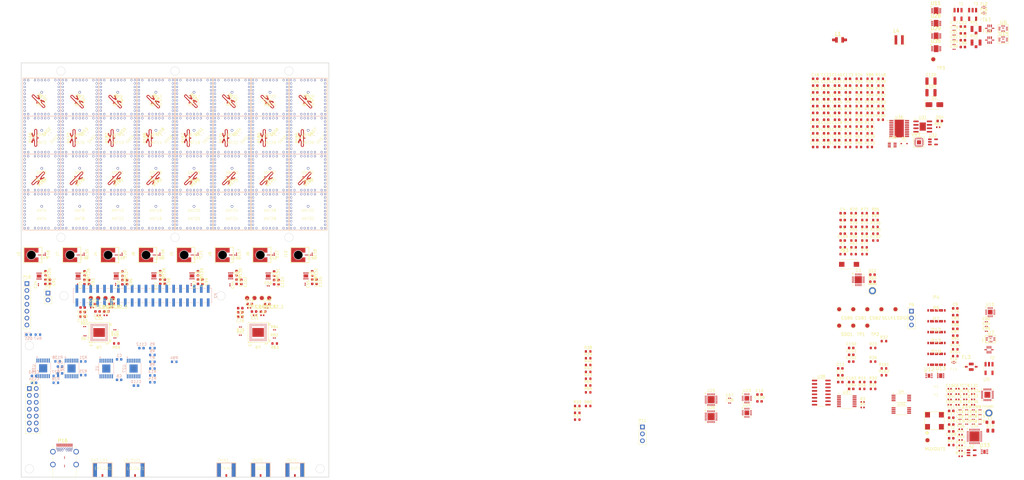
<source format=kicad_pcb>
(kicad_pcb (version 20241229) (generator "pcbnew") (generator_version "9.0")
  (layers (0 "F.Cu" signal) (2 "B.Cu" signal) (13 "F.Paste" user) (15 "B.Paste" user) (5 "F.SilkS" user "F.Silkscreen") (7 "B.SilkS" user "B.Silkscreen") (1 "F.Mask" user) (3 "B.Mask" user) (25 "Edge.Cuts" user))
  (net 0 "")
  (net 1 "AGND")
  (net 2 "Net-(A2-+)")
  (net 3 "Net-(A2--)")
  (net 4 "VTUNE")
  (net 5 "VDD_AMP")
  (net 6 "VLOGIC")
  (net 7 "VDD_1V8")
  (net 8 "RPI_3V3")
  (net 9 "Net-(U3-DCAP)")
  (net 10 "Net-(U3-VREF)")
  (net 11 "VDD_3V3")
  (net 12 "VDD_4V75")
  (net 13 "Net-(Y1-VDD)")
  (net 14 "Net-(C17-Pad1)")
  (net 15 "Net-(C17-Pad2)")
  (net 16 "LNA_1")
  (net 17 "ANT_1")
  (net 18 "Net-(U5-REFIN)")
  (net 19 "ANT_3")
  (net 20 "LNA_3")
  (net 21 "ANT_5")
  (net 22 "LNA_5")
  (net 23 "LNA_7")
  (net 24 "ANT_7")
  (net 25 "Net-(U6-EN)")
  (net 26 "RX2_0")
  (net 27 "Net-(U15-RFOUT)")
  (net 28 "Net-(U16-RFOUT)")
  (net 29 "RX1_0")
  (net 30 "Net-(U17-RFOUT)")
  (net 31 "RX4_0")
  (net 32 "CR4_0")
  (net 33 "CR2_0")
  (net 34 "CR3_0")
  (net 35 "CR1_0")
  (net 36 "CR4_1")
  (net 37 "CR2_1")
  (net 38 "CR3_1")
  (net 39 "CR1_1")
  (net 40 "RX3_0")
  (net 41 "Net-(U18-RFOUT)")
  (net 42 "Net-(VR1-Vcc)")
  (net 43 "Net-(C49-Pad2)")
  (net 44 "Net-(C50-Pad2)")
  (net 45 "Net-(C51-Pad2)")
  (net 46 "Net-(C52-Pad2)")
  (net 47 "RX2_1")
  (net 48 "Net-(U19-RFOUT)")
  (net 49 "Net-(U20-RFOUT)")
  (net 50 "RX1_1")
  (net 51 "Net-(U22-RFOUT)")
  (net 52 "RX3_1")
  (net 53 "Net-(U21-RFOUT)")
  (net 54 "RX4_1")
  (net 55 "Net-(U23-RF1)")
  (net 56 "EXT_LO_IN")
  (net 57 "Net-(U24-RF2)")
  (net 58 "LO_OUT")
  (net 59 "RFINA")
  (net 60 "Net-(C61-Pad1)")
  (net 61 "Net-(U5-RFINB)")
  (net 62 "VCO_COUPLED")
  (net 63 "Net-(U34-RFOUT{slash}4)")
  (net 64 "VDD_3V0")
  (net 65 "VSOURCE")
  (net 66 "CP")
  (net 67 "Net-(C72-Pad1)")
  (net 68 "Net-(C75-Pad1)")
  (net 69 "Net-(FL6-RFOUT)")
  (net 70 "Net-(U14-EN)")
  (net 71 "Net-(FL2-RFOUT)")
  (net 72 "Net-(FL4-RFIN)")
  (net 73 "Net-(U6-LO)")
  (net 74 "LO_IN_0")
  (net 75 "Net-(U7-LO)")
  (net 76 "Net-(U12-RF2)")
  (net 77 "VDD_4V5")
  (net 78 "Net-(U14-LO)")
  (net 79 "LO_IN_1")
  (net 80 "Net-(C97-Pad2)")
  (net 81 "Net-(C115-Pad1)")
  (net 82 "Net-(VR1-TR{slash}SS)")
  (net 83 "Net-(U31-VIN)")
  (net 84 "Net-(VR1-FB)")
  (net 85 "Net-(U30-SHDN_N)")
  (net 86 "Net-(D2-K)")
  (net 87 "Net-(U30-FB)")
  (net 88 "Net-(U31-Byp)")
  (net 89 "Net-(U31-VREG)")
  (net 90 "Net-(U31-REF)")
  (net 91 "Net-(U35-Vreg)")
  (net 92 "Net-(U33-RF1)")
  (net 93 "Net-(U35-Byp)")
  (net 94 "Net-(U36-TIMER)")
  (net 95 "Net-(U36-INTVCC)")
  (net 96 "Net-(U11-SS)")
  (net 97 "Net-(U35-REF)")
  (net 98 "Net-(U28-SS)")
  (net 99 "ANT_2")
  (net 100 "LNA_2")
  (net 101 "LNA_4")
  (net 102 "ANT_4")
  (net 103 "ANT_6")
  (net 104 "LNA_6")
  (net 105 "ANT_8")
  (net 106 "LNA_8")
  (net 107 "Net-(C159-Pad2)")
  (net 108 "Net-(C160-Pad2)")
  (net 109 "Net-(C161-Pad2)")
  (net 110 "Net-(C162-Pad2)")
  (net 111 "Net-(U3-VIN7)")
  (net 112 "Net-(U29-Vreg)")
  (net 113 "Net-(U29-Byp)")
  (net 114 "Net-(U29-REF)")
  (net 115 "SPI0_CS0_1V8")
  (net 116 "SPI0_CS1_1V8")
  (net 117 "SPI0_CS2_1V8")
  (net 118 "VINPUT")
  (net 119 "Net-(D2-A)")
  (net 120 "Net-(DS1-A)")
  (net 121 "Net-(DS2-K)")
  (net 122 "RED_LED")
  (net 123 "GREEN_LED")
  (net 124 "Net-(DS3-K)")
  (net 125 "Net-(DS4-A)")
  (net 126 "5V_RPI")
  (net 127 "IF_OUT_0")
  (net 128 "RX1")
  (net 129 "RF_IO_0")
  (net 130 "Net-(FL3-OUT)")
  (net 131 "Net-(FL3-IN)")
  (net 132 "Net-(FL4-RFOUT)")
  (net 133 "RX2")
  (net 134 "IF_OUT_1")
  (net 135 "RF_IO_1")
  (net 136 "IF_IN")
  (net 137 "TX_IN")
  (net 138 "Net-(L4-Pad1)")
  (net 139 "MUXOUT_1V8")
  (net 140 "Net-(U10-RF1)")
  (net 141 "Net-(U10-RF2)")
  (net 142 "BURST_1V8")
  (net 143 "TXDATA_1V8")
  (net 144 "PS_GPIO3")
  (net 145 "PS_GPIO4")
  (net 146 "PL_GPIO4")
  (net 147 "PS_GPIO0")
  (net 148 "PS_GPIO1")
  (net 150 "PL_GPIO3")
  (net 151 "PS_GPIO6")
  (net 152 "PS_GPIO2")
  (net 153 "PS_GPIO5")
  (net 154 "RX_LOAD")
  (net 155 "UART0_TX")
  (net 156 "BURST")
  (net 157 "GPIO_X")
  (net 158 "GPIO_W")
  (net 159 "ID_SC")
  (net 160 "SPI0_MOSI")
  (net 161 "UART0_RX")
  (net 162 "GPIO_Z")
  (net 163 "GPIO_V")
  (net 164 "VCTRL_2")
  (net 165 "CS2")
  (net 166 "MUXOUT")
  (net 167 "CS1")
  (net 168 "SD_RPI")
  (net 169 "VCTRL_1")
  (net 170 "CS0")
  (net 171 "SPI0_MISO")
  (net 172 "GPIO19")
  (net 173 "TR")
  (net 174 "SDA")
  (net 175 "GPIO16")
  (net 176 "SCL")
  (net 177 "GPIO_Y")
  (net 178 "ID_SD")
  (net 179 "SPI0_CLK")
  (net 180 "WP")
  (net 181 "TR_1V8")
  (net 182 "Net-(P11-Pad3)")
  (net 184 "Net-(P16B-GND-PadSH4)")
  (net 188 "Net-(P16A-GND-PadSH1)")
  (net 201 "MO_3V3")
  (net 202 "Net-(U27-2A1)")
  (net 203 "Net-(U27-2~{OE})")
  (net 204 "Net-(U11-EN)")
  (net 205 "Net-(U35-EN)")
  (net 206 "Net-(U11-Sense)")
  (net 207 "Net-(U27-1~{OE})")
  (net 208 "TXDATA_3V3")
  (net 209 "Net-(U37-CP)")
  (net 210 "Net-(U35-REF_SNS)")
  (net 211 "Net-(U29-EN)")
  (net 212 "Net-(U3-VIN3)")
  (net 213 "Net-(U2-2B1)")
  (net 214 "Net-(U3-VIN4)")
  (net 215 "Net-(U32-EN)")
  (net 216 "RX_LOAD_1V8")
  (net 217 "Net-(U2-1B1)")
  (net 218 "Net-(U39-2~{OE})")
  (net 219 "A2")
  (net 220 "A1")
  (net 221 "A0")
  (net 222 "Net-(R33-Pad1)")
  (net 223 "Net-(Y1-E{slash}D)")
  (net 224 "ADDR1_0")
  (net 225 "ADDR0_1")
  (net 226 "Net-(Y1-OUT)")
  (net 227 "ADDR1_1")
  (net 228 "Net-(U5-RSET)")
  (net 229 "Net-(U5-CE)")
  (net 230 "Net-(U29-REF_SNS)")
  (net 231 "Net-(U32-SNS{slash}ADJ)")
  (net 232 "Net-(R56-Pad1)")
  (net 233 "UV")
  (net 234 "OV")
  (net 235 "TX1_0")
  (net 236 "TX_LOAD_0")
  (net 237 "TX2_0")
  (net 238 "TX3_0")
  (net 239 "PA_ON_0")
  (net 240 "TX4_0")
  (net 241 "Net-(U3-VIN2)")
  (net 242 "Net-(U3-VIN5)")
  (net 243 "Net-(U3-VIN1)")
  (net 244 "Net-(U3-VIN0)")
  (net 245 "TX1_1")
  (net 246 "TX_LOAD_1")
  (net 247 "TX2_1")
  (net 248 "TX3_1")
  (net 249 "PA_ON_1")
  (net 250 "TX4_1")
  (net 251 "Net-(R87-Pad2)")
  (net 252 "TX_SWITCH")
  (net 253 "Net-(U36-ISET)")
  (net 254 "Net-(U27-1A1)")
  (net 255 "Net-(U36-PG)")
  (net 256 "Net-(U36-*FLT)")
  (net 257 "IMON")
  (net 258 "FB")
  (net 259 "Net-(U34-VTUNE)")
  (net 260 "Net-(U13-RBIAS)")
  (net 261 "Net-(U15-RBIAS)")
  (net 262 "Net-(U16-RBIAS)")
  (net 263 "Net-(U17-RBIAS)")
  (net 264 "Net-(U18-RBIAS)")
  (net 265 "Net-(U19-RBIAS)")
  (net 266 "Net-(U20-RBIAS)")
  (net 267 "Net-(U21-RBIAS)")
  (net 268 "Net-(U22-RBIAS)")
  (net 269 "Net-(R137-Pad2)")
  (net 270 "Net-(U39-1~{OE})")
  (net 271 "Net-(U28-Sense)")
  (net 272 "Net-(VR1-EN{slash}UV)")
  (net 273 "Net-(VR1-RT)")
  (net 274 "Net-(VR1-PG)")
  (net 275 "Net-(U31-EN)")
  (net 276 "Net-(VR1-Sync)")
  (net 277 "Net-(U37-MR)")
  (net 278 "Net-(U38-I0)")
  (net 279 "SCLK_1V8")
  (net 280 "MOSI_1V8")
  (net 281 "MISO_1V8")
  (net 283 "Net-(U6-IF-)")
  (net 284 "Net-(U6-IF+)")
  (net 285 "Net-(U7-IF+)")
  (net 286 "Net-(U7-IF-)")
  (net 288 "Net-(U14-IF+)")
  (net 290 "Net-(U14-IF-)")
  (net 296 "Net-(U8-AVDD)")
  (net 297 "ADDR0_0")
  (net 314 "LO_IN_2")
  (net 315 "LO_LOC")
  (net 317 "SUM_0")
  (net 318 "Net-(U24-RFC)")
  (net 319 "SUM_1")
  (net 348 "Net-(U37-Q6)")
  (net 349 "Net-(U37-Q1)")
  (net 350 "Net-(U37-Q3)")
  (net 352 "Net-(U37-Q2)")
  (net 354 "Net-(U37-Q5)")
  (net 355 "Net-(U37-Q4)")
  (net 356 "Net-(U37-Q7)")
  (footprint "Capacitor_SMD:C_0402_1005Metric" (layer "F.Cu") (at 108.477241 109.350214)
    (property "Reference" "C42")
    (property "Value" "TBD")
  )
  (footprint "Custom:Patch Antenna" (layer "F.Cu") (at 123.752585 32.053916)
    (property "Reference" "ANT29")
    (property "Value" "Patch_Ant")
  )
  (footprint "Resistor_SMD:R_0402_1005Metric" (layer "F.Cu") (at 363.598727 161.943024)
    (property "Reference" "R117")
    (property "Value" "ERJ-2GEJ361X")
  )
  (footprint "Capacitor_SMD:C_0201_0603Metric" (layer "F.Cu") (at 27.18141 89.557603 -90)
    (property "Reference" "C18")
    (property "Value" "GRM033R71A103KA01D")
  )
  (footprint "Resistor_SMD:R_0603_1608Metric" (layer "F.Cu") (at 326.198727 35.093024)
    (property "Reference" "R54")
    (property "Value" "ERJ-3EKF3011V")
  )
  (footprint "Capacitor_SMD:C_0201_0603Metric" (layer "F.Cu") (at 83.019294 89.911031 180)
    (property "Reference" "C51")
    (property "Value" "GRM033R71E101KA01D")
  )
  (footprint "Resistor_SMD:R_0603_1608Metric" (layer "F.Cu") (at 326.198727 27.563024)
    (property "Reference" "R50")
    (property "Value" "ERJ-3EKF3162V")
  )
  (footprint "Resistor_SMD:R_0201_0603Metric" (layer "F.Cu") (at 370.718727 148.613024)
    (property "Reference" "R114")
    (property "Value" "ERJ-1GNF4702C")
  )
  (footprint "Capacitor_SMD:C_0603_1608Metric" (layer "F.Cu") (at 318.178727 27.563024)
    (property "Reference" "C141")
    (property "Value" "CL10A105KB8NNNC")
  )
  (footprint "Resistor_SMD:R_0201_0603Metric" (layer "F.Cu") (at 368.268727 152.113024)
    (property "Reference" "R52")
    (property "Value" "ERJ-1GNF3000C")
  )
  (footprint "Custom:Patch Antenna" (layer "F.Cu") (at 95.788281 60.01636)
    (property "Reference" "ANT23")
    (property "Value" "Patch_Ant")
  )
  (footprint "Capacitor_SMD:C_0603_1608Metric" (layer "F.Cu") (at 44.67618 107.898425)
    (property "Reference" "C35")
    (property "Value" "CL10A105KB8NNNC")
  )
  (footprint "Custom:Patch Antenna" (layer "F.Cu") (at 81.827068 46.045912)
    (property "Reference" "ANT18")
    (property "Value" "Patch_Ant")
  )
  (footprint "Capacitor_SMD:C_0201_0603Metric" (layer "F.Cu") (at 69.328242 89.561555 -90)
    (property "Reference" "C156")
    (property "Value" "GRM033R71A103KA01D")
  )
  (footprint "Resistor_SMD:R_0402_1005Metric" (layer "F.Cu") (at 67.468756 32.891372 -45)
    (property "Reference" "R187")
    (property "Value" "ERJ-2RKF1000X")
  )
  (footprint "Custom:ADL8107ACPZN-R7" (layer "F.Cu") (at 24.925877 97.648766 -90)
    (property "Reference" "U15")
    (property "Value" "ADL8107ACPZN" (hide yes))
  )
  (footprint "Custom:5Pos Wilkinson divider" (layer "F.Cu") (at 108.616104 61.740591 135)
    (property "Reference" "X13")
    (property "Value" "5P_Wilkinson_Divider")
  )
  (footprint "Resistor_SMD:R_0402_1005Metric" (layer "F.Cu") (at 355.348727 42.873024)
    (property "Reference" "R63")
    (property "Value" "ERJ-2RKF3901X")
  )
  (footprint "Resistor_SMD:R_0603_1608Metric" (layer "F.Cu") (at 361.628727 122.063024)
    (property "Reference" "R91")
    (property "Value" "ERJ-3EKF1002V")
  )
  (footprint "Custom:MOLEX_85305-0232" (layer "F.Cu") (at 36.211835 89.888227 90)
    (property "Reference" "J7")
    (property "Value" "0853050232")
  )
  (footprint "Resistor_SMD:R_0603_1608Metric" (layer "F.Cu") (at 27.283375 96.639581 -90)
    (property "Reference" "R125")
    (property "Value" "ERJ-3EKF1002V")
  )
  (footprint "Capacitor_SMD:C_0603_1608Metric" (layer "F.Cu") (at 319.378727 136.633024)
    (property "Reference" "C59")
    (property "Value" "CL10B104KA8NNNC")
  )
  (footprint "Custom:SNS50Mill" (layer "F.Cu") (at 28.809441 45.552305 45)
    (property "Reference" "SNS2")
    (property "Value" "NCSNS20MILL")
  )
  (footprint "Capacitor_SMD:C_0603_1608Metric" (layer "F.Cu") (at 360.138727 157.283024)
    (property "Reference" "C108")
    (property "Value" "GRM188R61H225KE11J")
  )
  (footprint "Custom:5Pos Wilkinson divider" (layer "F.Cu") (at 37.671504 46.930101)
    (property "Reference" "X8")
    (property "Value" "5P_Wilkinson_Divider")
  )
  (footprint "Capacitor_SMD:C_0603_1608Metric" (layer "F.Cu") (at 361.628727 114.533024)
    (property "Reference" "C83")
    (property "Value" "06035C220JAT2A")
  )
  (footprint "Custom:36900000" (layer "F.Cu") (at 354.723727 130.258024)
    (property "Reference" "P19")
    (property "Value" "36900000" (hide yes))
  )
  (footprint "Custom:ADL8107ACPZN-R7" (layer "F.Cu") (at 39.269398 97.648766 -90)
    (property "Reference" "U16")
    (property "Value" "ADL8107ACPZN" (hide yes))
  )
  (footprint "Resistor_SMD:R_0402_1005Metric" (layer "F.Cu") (at 109.08439 62.306959 -135)
    (property "Reference" "R177")
    (property "Value" "ERJ-2RKF1000X")
  )
  (footprint "Resistor_SMD:R_0603_1608Metric" (layer "F.Cu") (at 226.708727 127.863024)
    (property "Reference" "R39")
    (property "Value" "ERJ-3EKF1002V")
  )
  (footprint "Connector_PinHeader_2.54mm:PinHeader_2x07_P2.54mm_Vertical" (layer "F.Cu") (at 21.337016 139.003756)
    (property "Reference" "P1")
    (property "Value" "TSW-107-08-G-D")
  )
  (footprint "Capacitor_SMD:C_0603_1608Metric" (layer "F.Cu") (at 364.418727 8.353024)
    (property "Reference" "C27")
    (property "Value" "CL10A105KB8NNNC")
  )
  (footprint "Capacitor_SMD:C_0201_0603Metric" (layer "F.Cu") (at 361.188727 10.713024)
    (property "Reference" "C82")
    (property "Value" "GRM0335C1E220JA01D")
  )
  (footprint "Capacitor_SMD:C_0201_0603Metric" (layer "F.Cu") (at 95.066949 100.884494 -90)
    (property "Reference" "C54")
    (property "Value" "GRM033R71A103KA01D")
  )
  (footprint "Capacitor_SMD:C_0402_1005Metric" (layer "F.Cu") (at 359.568727 141.063024)
    (property "Reference" "C60")
    (property "Value" "GRM155R71E104KE14D")
  )
  (footprint "Capacitor_SMD:C_0201_0603Metric" (layer "F.Cu") (at 373.048727 116.193024)
    (property "Reference" "C84")
    (property "Value" "02011JR15ZBSTR")
  )
  (footprint "Capacitor_SMD:C_0402_1005Metric" (layer "F.Cu") (at 368.178727 141.063024)
    (property "Reference" "C132")
    (property "Value" "GRM155R71E104KE14D")
  )
  (footprint "Capacitor_SMD:C_0201_0603Metric" (layer "F.Cu") (at 66.872821 101.254973 -90)
    (property "Reference" "C47")
    (property "Value" "GRM033R71A103KA01D")
  )
  (footprint "Resistor_SMD:R_0402_1005Metric" (layer "F.Cu") (at 39.279097 62.258794 -135)
    (property "Reference" "R176")
    (property "Value" "ERJ-2RKF1000X")
  )
  (footprint "Capacitor_SMD:C_0603_1608Metric" (layer "F.Cu") (at 320.258727 79.533024)
    (property "Reference" "C7")
    (property "Value" "GRM188R61C106KAALD")
  )
  (footprint "Custom:TC1-1-13M+" (layer "F.Cu") (at 368.003727 1.398024)
    (property "Reference" "T3")
    (property "Value" "TC1-1-13M+")
  )
  (footprint "Capacitor_SMD:C_0201_0603Metric" (layer "F.Cu") (at 278.698727 142.593024)
    (property "Reference" "C57")
    (property "Value" "GRM033R71A103KA01D")
  )
  (footprint "Custom:5Pos Wilkinson divider" (layer "F.Cu") (at 51.663417 46.930292)
    (property "Reference" "X18")
    (property "Value" "5P_Wilkinson_Divider")
  )
  (footprint "Resistor_SMD:R_0603_1608Metric" (layer "F.Cu") (at 334.218727 32.583024)
    (property "Reference" "R152")
    (property "Value" "ERJ-3EKF1003V")
  )
  (footprint "Capacitor_SMD:C_0603_1608Metric" (layer "F.Cu") (at 125.304257 99.733558 -90)
    (property "Reference" "C106")
    (property "Value" "CL10B104KA8NNNC")
  )
  (footprint "Capacitor_SMD:C_0402_1005Metric" (layer "F.Cu") (at 365.308727 139.093024)
    (property "Reference" "C74")
    (property "Value" "CC0402JRNPO9BN100")
  )
  (footprint "Capacitor_SMD:C_0402_1005Metric" (layer "F.Cu") (at 102.117123 109.323383)
    (property "Reference" "C45")
    (property "Value" "TBD")
  )
  (footprint "Resistor_SMD:R_0603_1608Metric" (layer "F.Cu") (at 334.218727 25.053024)
    (property "Reference" "R148")
    (property "Value" "ERJ-3EKF1002V")
  )
  (footprint "Resistor_SMD:R_0603_1608Metric" (layer "F.Cu") (at 324.268727 89.573024)
    (property "Reference" "R71")
    (property "Value" "ERJ-3EKF1002V")
  )
  (footprint "Resistor_SMD:R_0603_1608Metric" (layer "F.Cu") (at 331.408727 136.633024)
    (property "Reference" "R30")
    (property "Value" "ERJ-3EKF1002V")
  )
  (footprint "Capacitor_SMD:C_0402_1005Metric" (layer "F.Cu") (at 44.387894 109.246255)
    (property "Reference" "C37")
    (property "Value" "TBD")
  )
  (footprint "Capacitor_SMD:C_0603_1608Metric" (layer "F.Cu") (at 320.258727 82.043024)
    (property "Reference" "C8")
    (property "Value" "GRM188R61C106KAALD")
  )
  (footprint "Capacitor_SMD:C_0201_0603Metric" (layer "F.Cu") (at 39.030451 100.899286 -90)
    (property "Reference" "C25")
    (property "Value" "GRM033R71A103KA01D")
  )
  (footprint "Resistor_SMD:R_0603_1608Metric" (layer "F.Cu") (at 332.288727 77.023024)
    (property "Reference" "R97")
    (property "Value" "ERJ-3EKF1002V")
  )
  (footprint "Resistor_SMD:R_0201_0603Metric" (layer "F.Cu") (at 52.775028 117.384602 180)
    (property "Reference" "R70")
    (property "Value" "ERJ-1GNF49R9C")
  )
  (footprint "Custom:ADL8107ACPZN-R7" (layer "F.Cu") (at 95.316859 97.547678 -90)
    (property "Reference" "U20")
    (property "Value" "ADL8107ACPZN" (hide yes))
  )
  (footprint "Resistor_SMD:R_0603_1608Metric" (layer "F.Cu") (at 361.628727 124.573024)
    (property "Reference" "R124")
    (property "Value" "ERJ-3EKF1002V")
  )
  (footprint "Resistor_SMD:R_0603_1608Metric" (layer "F.Cu") (at 330.208727 35.093024)
    (property "Reference" "R100")
    (property "Value" "ERJ-3EKF2002V")
  )
  (footprint "Capacitor_SMD:C_0201_0603Metric" (layer "F.Cu") (at 363.368727 148.613024)
    (property "Reference" "C61")
    (property "Value" "GRM033R71A103KA01D")
  )
  (footprint "Custom:Testpoint" (layer "F.Cu") (at 354.245993 161.72229)
    (property "Reference" "MUXOUT1")
    (property "Value" "TestPoint")
  )
  (footprint "Package_TO_SOT_SMD:SOT-23-5" (layer "F.Cu") (at 367.628727 162.638024)
    (property "Reference" "A2")
    (property "Value" "AD8065ARTZ-R2")
  )
  (footprint "Custom:5Pos Wilkinson divider" (layer "F.Cu") (at 23.584475 46.858794)
    (property "Reference" "X2")
    (property "Value" "5P_Wilkinson_Divider")
  )
  (footprint "Resistor_SMD:R_0603_1608Metric" (layer "F.Cu") (at 69.436507 96.617485 -90)
    (property "Reference" "R128")
    (property "Value" "ERJ-3EKF1002V")
  )
  (footprint "Custom:Patch Antenna" (layer "F.Cu") (at 109.755912 46.045912)
    (property "Reference" "ANT26")
    (property "Value" "Patch_Ant")
  )
  (footprint "Custom:MOLEX_85305-0232" (layer "F.Cu") (at 92.230702 89.885822 90)
    (property "Reference" "J9")
    (property "Value" "0853050232")
  )
  (footprint "Capacitor_SMD:C_0603_1608Metric" (layer "F.Cu") (at 111.298676 99.88186 -90)
    (property "Reference" "C104")
    (property "Value" "CL10B104KA8NNNC")
  )
  (footprint "Capacitor_SMD:C_0603_1608Metric" (layer "F.Cu") (at 46.394663 110.653989 180)
    (property "Reference" "C31")
    (property "Value" "CL10A105KB8NNNC")
  )
  (footprint "Capacitor_SMD:C_0201_0603Metric" (layer "F.Cu") (at 365.818727 146.863024)
    (property "Reference" "C69")
    (property "Value" "GRM0335C1H221JA01D")
  )
  (footprint "Resistor_SMD:R_0402_1005Metric" (layer "F.Cu") (at 25.194337 62.269387 -135)
    (property "Reference" "R169")
    (property "Value" "ERJ-2RKF1000X")
  )
  (footprint "Resistor_SMD:R_0603_1608Metric" (layer "F.Cu") (at 332.288727 82.043024)
    (property "Reference" "R190")
    (property "Value" "ERJ-3EKF1002V")
  )
  (footprint "Capacitor_SMD:C_0603_1608Metric" (layer "F.Cu") (at 318.178727 30.073024)
    (property "Reference" "C143")
    (property "Value" "GRM188R61C106KAALD")
  )
  (footprint "Capacitor_SMD:C_0603_1608Metric" (layer "F.Cu") (at 97.49498 99.770076 -90)
    (property "Reference" "C101")
    (property "Value" "CC0603KRX7R9BB101")
  )
  (footprint "Resistor_SMD:R_0603_1608Metric" (layer "F.Cu") (at 111.298676 96.721947 -90)
    (property "Reference" "R131")
    (property "Value" "ERJ-3EKF1002V")
  )
  (footprint "Capacitor_SMD:C_0603_1608Metric" (layer "F.Cu") (at 318.178727 35.093024)
    (property "Reference" "C145")
    (property "Value" "GRM188C81C475KE11D")
  )
  (footprint "Resistor_SMD:R_0201_0603Metric" (layer "F.Cu") (at 365.818727 152.113024)
    (property "Reference" "R35")
    (property "Value" "ERJ-1GNF1002C")
  )
  (footprint "Resistor_SMD:R_0603_1608Metric" (layer "F.Cu") (at 335.418727 134.123024)
    (property "Reference" "R162")
    (property "Value" "ERJ-3EKF1001V")
  )
  (footprint "Custom:Testpoint" (layer "F.Cu") (at 321.795993 113.54229)
    (property "Reference" "CSB0")
    (property "Value" "TestPoint")
  )
  (footprint "Custom:Patch Antenna" (layer "F.Cu") (at 67.824303 32.040077)
    (property "Reference" "ANT13")
    (property "Value" "Patch_Ant")
  )
  (footprint "Custom:Patch Antenna" (layer "F.Cu") (at 39.840645 32.04776)
    (property "Reference" "ANT5")
    (property "Value" "Patch_Ant")
  )
  (footprint "Package_CSP:LFCSP-16-1EP_3x3mm_P0.5mm_EP1.7x1.7mm" (layer "F.Cu") (at 374.478727 110.913024)
    (property "Reference" "U10")
    (property "Value" "ADRF5019BCPZN")
  )
  (footprint "Resistor_SMD:R_0402_1005Metric" (layer "F.Cu") (at 363.598727 159.953024)
    (property "Reference" "R116")
    (property "Value" "ERJ-2RKF1000X")
  )
  (footprint "Capacitor_SMD:C_0603_1608Metric" (layer "F.Cu") (at 314.168727 42.623024)
    (property "Reference" "C130")
    (property "Value" "GRM188R61C106KAALD")
  )
  (footprint "Resistor_SMD:R_0402_1005Metric" (layer "F.Cu") (at 67.447119 62.258794 -135)
    (property "Reference" "R184")
    (property "Value" "ERJ-2RKF1000X")
  )
  (footprint "Capacitor_SMD:C_0201_0603Metric" (layer "F.Cu") (at 122.719668 100.628368 -90)
    (property "Reference" "C55")
    (property "Value" "GRM033R71A103KA01D")
  )
  (footprint "Custom:5Pos Wilkinson divider" (layer "F.Cu") (at 122.668398 61.741196 135)
    (property "Reference" "X22")
    (property "Value" "5P_Wilkinson_Divider")
  )
  (footprint "Capacitor_SMD:C_0201_0603Metric" (layer "F.Cu") (at 363.368727 152.113024)
    (property "Reference" "C63")
    (property "Value" "GRM033R71A103KA01D")
  )
  (footprint "Custom:Testpoint" (layer "F.Cu") (at 332.140525 113.54229)
    (property "Reference" "CSB2")
    (property "Value" "TestPoint")
  )
  (footprint "Capacitor_SMD:C_0201_0603Metric" (layer "F.Cu") (at 83.333248 89.561031 -90)
    (property "Reference" "C21")
    (property "Value" "GRM033R71A103KA01D")
  )
  (footprint "Resistor_SMD:R_0402_1005Metric" (layer "F.Cu") (at 50.934616 46.852825 90)
    (property "Reference" "R182")
    (property "Value" "ERJ-2RKF1000X")
  )
  (footprint "Custom:5Pos Wilkinson divider" (layer "F.Cu") (at 79.657848 46.930292)
    (property "Reference" "X3")
    (property "Value" "5P_Wilkinson_Divider")
  )
  (footprint "Custom:Patch Antenna" (layer "F.Cu") (at 67.824303 73.996317)
    (property "Reference" "ANT16")
    (property "Value" "Patch_Ant")
  )
  (footprint "Capacitor_SMD:C_0201_0603Metric" (layer "F.Cu") (at 53.02667 100.68656 -90)
    (property "Reference" "C26")
    (property "Value" "GRM033R71A103KA01D")
  )
  (footprint "Custom:Patch Antenna" (layer "F.Cu") (at 25.869932 60.01636)
    (property "Reference" "ANT3")
    (property "Value" "Patch_Ant")
  )
  (footprint "Capacitor_SMD:C_0402_1005Metric" (layer "F.Cu") (at 359.568727 139.093024)
    (property "Reference" "C16")
    (property "Value" "CC0402JRNPO9BN100")
  )
  (footprint "Custom:ADAR1000ACCZN" (layer "F.Cu") (at 105.411629 118.363401 180)
    (property "Reference" "U9")
    (property "Value" "ADAR1000ACCZN")
  )
  (footprint "Custom:36900000" (layer "F.Cu") (at 354.723727 126.258024)
    (property "Reference" "P13")
    (property "Value" "36900000" (hide yes))
  )
  (footprint "Capacitor_SMD:C_0201_0603Metric" (layer "F.Cu") (at 373.048727 117.943024)
    (property "Reference" "C85")
    (property "Value" "GRM0335C1E220JA01D")
  )
  (footprint "Capacitor_SMD:C_0603_1608Metric" (layer "F.Cu") (at 314.168727 30.073024)
    (property "Reference" "C125")
    (property "Value" "CL10A105KB8NNNC")
  )
  (footprint "Resistor_SMD:R_0603_1608Metric" (layer "F.Cu") (at 320.258727 87.063024)
    (property "Reference" "R1")
    (property "Value" "ERJ-3GEY0R00V")
  )
  (footprint "Custom:Testpoint" (layer "F.Cu") (at 109.615851 109.405908)
    (property "Reference" "CR1_1")
    (property "Value" "TestPoint")
  )
  (footprint "Resistor_SMD:R_0603_1608Metric" (layer "F.Cu") (at 326.198727 50.153024)
    (property "Reference" "R86")
    (property "Value" "ERJ-3GEY0R00V")
  )
  (footprint "Custom:Patch Antenna" (layer "F.Cu") (at 39.840645 73.99075)
    (property "Reference" "ANT8")
    (property "Value" "Patch_Ant")
  )
  (footprint "Resistor_SMD:R_0603_1608Metric" (layer "F.Cu") (at 331.408727 124.083024)
    (property "Reference" "R23")
    (property "Value" "ERJ-3EKF1002V")
  )
  (footprint "Resistor_SMD:R_0603_1608Metric" (layer "F.Cu") (at 326.198727 25.053024)
    (property "Reference" "R24")
    (property "Value" "ERJ-3EKF1002V")
  )
  (footprint "Resistor_SMD:R_0603_1608Metric" (layer "F.Cu") (at 222.698727 150.453024)
    (property "Reference" "R37")
    (property "Value" "ERJ-3EKF1002V")
  )
  (footprint "Capacitor_SMD:C_0603_1608Metric" (layer "F.Cu") (at 69.456474 99.729975 -90)
    (property "Reference" "C97")
    (property "Value" "CC0603KRX7R9BB101")
  )
  (footprint "Capacitor_SMD:C_0201_0603Metric" (layer "F.Cu") (at 41.459049 89.566547 -90)
    (property "Reference" "C155")
    (property "Value" "GRM033R71A103KA01D")
  )
  (footprint "Custom:Patch Antenna" (layer "F.Cu") (at 95.788281 74.00389)
    (property "Reference" "ANT24")
    (property "Value" "Patch_Ant")
  )
  (footprint "Custom:5Pos Wilkinson divider" (layer "F.Cu") (at 108.836342 33.369918 -135)
    (property "Reference" "X15")
    (property "Value" "5P_Wilkinson_Divider")
  )
  (footprint "Resistor_SMD:R_0603_1608Metric" (layer "F.Cu") (at 330.208727 27.563024)
    (property "Reference" "R92")
    (property "Value" "CRCW0603267KFKEA")
  )
  (footprint "Capacitor_SMD:C_0603_1608Metric" (layer "F.Cu") (at 310.158727 50.153024)
    (property "Reference" "C122")
    (property "Value" "GRM188C81C475KE11D")
  )
  (footprint "Custom:5Pos Wilkinson divider" (layer "F.Cu") (at 94.700352 33.192142 -135)
    (property "Reference" "X9")
    (property "Value" "5P_Wilkinson_Divider")
  )
  (footprint "Capacitor_SMD:C_0603_1608Metric" (layer "F.Cu") (at 314.168727 32.583024)
    (property "Reference" "C126")
    (property "Value" "CL10A105KB8NNNC")
  )
  (footprint "Custom:SNS50Mill" (layer "F.Cu") (at 42.503755 45.544521 45)
    (property "Reference" "SNS3")
    (property "Value" "NCSNS20MILL")
  )
  (footprint "Custom:BFCN1052" (layer "F.Cu") (at 367.493727 131.008024)
    (property "Reference" "FL3")
    (property "Value" "BFCN-1052+" (hide yes))
  )
  (footprint "Capacitor_SMD:C_0603_1608Metric" (layer "F.Cu") (at 314.168727 25.053024)
    (property "Reference" "C123")
    (property "Value" "06035C220JAT2A")
  )
  (footprint "Capacitor_SMD:C_0402_1005Metric" (layer "F.Cu") (at 49.360662 112.076699)
    (property "Reference" "C38")
    (property "Value" "TBD")
  )
  (footprint "Custom:60312202114513" (layer "F.Cu") (at 48.202428 166.274061)
    (property "Reference" "EXT_LO1")
    (property "Value" "60312202114513")
  )
  (footprint "Capacitor_SMD:C_0603_1608Metric" (layer "F.Cu") (at 360.138727 147.243024)
    (property "Reference" "C11")
    (property "Value" "GRM188R61H225KE11J")
  )
  (footprint "Custom:MOLEX_85305-0232" (layer "F.Cu") (at 21.968723 89.897171 90)
    (property "Reference" "J3")
    (property "Value" "0853050232")
  )
  (footprint "Resistor_SMD:R_0402_1005Metric" (layer "F.Cu") (at 363.598727 157.963024)
    (property "Reference" "R49")
    (property "Value" "ERJ-2GE0R00X")
  )
  (footprint "Resistor_SMD:R_0603_1608Metric" (layer "F.Cu") (at 330.208727 32.583024)
    (property "Reference" "R99")
    (property "Value" "ERJ-3GEY0R00V")
  )
  (footprint "Capacitor_SMD:C_0603_1608Metric" (layer "F.Cu") (at 310.158727 42.623024)
    (property "Reference" "C118")
    (property "Value" "GRM188C81C475KE11D")
  )
  (footprint "Capacitor_SMD:C_0603_1608Metric" (layer "F.Cu") (at 361.628727 117.043024)
    (property "Reference" "C86")
    (property "Value" "CC0603KRX7R9BB101")
  )
  (footprint "Capacitor_SMD:C_0603_1608Metric" (layer "F.Cu") (at 41.569896 99.83591 -90)
    (property "Reference" "C94")
    (property "Value" "CL10B104KA8NNNC")
  )
  (footprint "Resistor_SMD:R_0603_1608Metric" (layer "F.Cu") (at 327.398727 136.633024)
    (property "Reference" "R15")
    (property "Value" "ERJ-3GEY0R00V")
  )
  (footprint "Resistor_SMD:R_0603_1608Metric" (layer "F.Cu") (at 322.188727 42.623024)
    (property "Reference" "R12")
    (property "Value" "ERJ-3EKF3012V")
  )
  (footprint "Custom:Patch Antenna" (layer "F.Cu") (at 81.827068 60.01636)
    (property "Reference" "ANT19")
    (property "Value" "Patch_Ant")
  )
  (footprint "Inductor_SMD:L_0603_1608Metric" (layer "F.Cu") (at 322.188727 32.583024)
    (property "Reference" "E2")
    (property "Value" "BLM18PG121SN1D")
  )
  (footprint "Capacitor_SMD:C_0603_1608Metric" (layer "F.Cu") (at 310.158727 40.113024)
    (property "Reference" "C117")
    (property "Value" "CL10A105KB8NNNC")
  )
  (footprint "Custom:Testpoint" (layer "F.Cu") (at 321.795993 119.576556)
    (property "Reference" "SDO1")
    (property "Value" "TestPoint")
  )
  (footprint "Custom:ADL8107ACPZN-R7" (layer "F.Cu") (at 81.119532 97.547678 -90)
    (property "Reference" "U19")
    (property "Value" "ADL8107ACPZN" (hide yes))
  )
  (footprint "Custom:36900000" (layer "F.Cu") (at 354.723727 114.258024)
    (property "Reference" "P5")
    (property "Value" "36900000" (hide yes))
  )
  (footprint "Capacitor_SMD:C_0603_1608Metric" (layer "F.Cu") (at 319.378727 134.123024)
    (property "Reference" "C14")
    (property "Value" "GRM188R61C106KAALD")
  )
  (footprint "Capacitor_SMD:C_0201_0603Metric" (layer "F.Cu") (at 363.368727 146.863024)
    (property "Reference" "C12")
    (property "Value" "GRM033R71E101KA01D")
  )
  (footprint "Resistor_SMD:R_0201_0603Metric" (layer "F.Cu") (at 111.446087 117.416643)
    (property "Reference" "R84")
    (property "Value" "ERJ-1GNF49R9C")
  )
  (footprint "Capacitor_SMD:C_0603_1608Metric" (layer "F.Cu") (at 102.341761 107.908161)
    (property "Reference" "C43")
    (property "Value" "CL10A105KB8NNNC")
  )
  (footprint "Capacitor_SMD:C_0603_1608Metric" (layer "F.Cu") (at 27.238447 99.762054 -90)
    (property "Reference" "C92")
    (property "Value" "CL10B104KA8NNNC")
  )
  (footprint "Capacitor_SMD:C_0603_1608Metric" (layer "F.Cu") (at 361.628727 112.023024)
    (property "Reference" "C76")
    (property "Value" "CL10A105KB8NNNC")
  )
  (footprint "Capacitor_SMD:C_0603_1608Metric" (layer "F.Cu") (at 320.258727 74.513024)
    (property "Reference" "C4")
    (property "Value" "CL10B104KA8NNNC")
  )
  (footprint "Resistor_SMD:R_0603_1608Metric" (layer "F.Cu") (at 125.295521 96.64478 -90)
    (property "Reference" "R132")
    (property "Value" "ERJ-3EKF1002V")
  )
  (footprint "Capacitor_SMD:C_0603_1608Metric" (layer "F.Cu") (at 314.168727 47.643024)
    (property "Reference" "C137")
    (property "Value" "CL10B104KA8NNNC")
  )
  (footprint "Resistor_SMD:R_0603_1608Metric" (layer "F.Cu") (at 330.208727 40.113024)
    (property "Reference" "R102")
    (property "Value" "ERJ-3EKF1002V")
  )
  (footprint "Capacitor_SMD:C_0603_1608Metric" (layer "F.Cu") (at 323.388727 136.633024)
    (property "Reference" "C163")
    (property "Value" "CL10B104KA8NNNC")
  )
  (footprint "Capacitor_SMD:C_0603_1608Metric" (layer "F.Cu") (at 98.860614 112.648226 180)
    (property "Reference" "C28")
    (property "Value" "CL10A105KB8NNNC")
  )
  (footprint "Capacitor_SMD:C_0805_2012Metric" (layer "F.Cu") (at 374.528727 154.493024)
    (property "Reference" "C15")
    (property "Value" "GRM21BR60J226ME39L")
  )
  (footprint "Custom:Testpoint" (layer "F.Cu") (at 332.140525 119.576556)
    (property "Reference" "TP2")
    (property "Value" "TestPoint")
  )
  (footprint "Resistor_SMD:R_0201_0603Metric" (layer "F.Cu") (at 111.37999 120.411354)
    (property "Reference" "R82")
    (property "Value" "ERJ-1GNF49R9C")
  )
  (footprint "Capacitor_SMD:C_0402_1005Metric" (layer "F.Cu") (at 359.568727 143.033024)
    (property "Reference" "C64")
    (property "Value" "GRM155R71E104KE14D")
  )
  (footprint "Capacitor_SMD:C_0402_1005Metric" (layer "F.Cu") (at 365.308727 141.063024)
    (property "Reference" "C75")
    (property "Value" "CL05C181JB5NNNC")
  )
  (footprint "Resistor_SMD:R_0402_1005Metric" (layer "F.Cu") (at 120.85316 46.85866 90)
    (property "Reference" "R185")
    (property "Value" "ERJ-2RKF1000X")
  )
  (footprint "Resistor_SMD:R_0603_1608Metric" (layer "F.Cu") (at 324.268727 79.533024)
    (property "Reference" "R29")
    (property "Value" "ERJ-3EKF1002V")
  )
  (footprint "Resistor_SMD:R_0603_1608Metric" (layer "F.Cu") (at 326.198727 42.623024)
    (property "Reference" "R59")
    (property "Value" "ERJ-3EKF3162V")
  )
  (footprint "Custom:Patch Antenna" (layer "F.Cu") (at 95.788281 32.040077)
    (property "Reference" "ANT21")
    (property "Value" "Patch_Ant")
  )
  (footprint "Package_CSP:LFCSP-16-1EP_3x3mm_P0.5mm_EP1.7x1.7mm" (layer "F.Cu") (at 285.028727 142.623024)
    (property "Reference" "U23")
    (property "Value" "ADRF5019BCPZN")
  )
  (footprint "Custom:ADM7170ACPZ-4.2-R7 lfcsp 3x3" (layer "F.Cu") (at 354.603727 0.023024)
    (property "Reference" "U11")
    (property "Value" "ADM7170ACPZ-4.2-R7" (hide yes))
  )
  (footprint "Capacitor_SMD:C_0201_0603Metric" (layer "F.Cu") (at 80.853043 100.821598 -90)
    (property "Reference" "C53")
    (property "Value" "GRM033R71A103KA01D")
  )
  (footprint "Resistor_SMD:R_0603_1608Metric" (layer "F.Cu") (at 322.188727 37.603024)
    (property "Reference" "R10")
    (property "Value" "ERJ-3EKF1002V")
  )
  (footprint "Resistor_SMD:R_0402_1005Metric" (layer "F.Cu") (at 22.858322 46.791938 90)
    (property "Reference" "R166")
    (property "Value" "ERJ-2RKF1000X")
  )
  (footprint "Custom:ADL8107ACPZN-R7" (layer "F.Cu") (at 356.248727 134.283024)
    (property "Reference" "U13")
    (property "Value" "ADL8107ACPZN" (hide yes))
  )
  (footprint "Package_DFN_QFN:QFN-24-1EP_4x4mm_P0.5mm_EP2.6x2.6mm" (layer "F.Cu") (at 271.898727 143.093024)
    (property "Reference" "U25")
    (property "Value" "EP2C+")
  )
  (footprint "Package_SO:HTSSOP-20-1EP_4.4x6.5mm_P0.65mm_EP3.4x6.5mm_Mask2.4x3.7mm" (layer "F.Cu") (at 341.023727 43.358024)
    (property "Reference" "U36")
    (property "Value" "LTC4217HFE#PBF")
  )
  (footprint "Resistor_SMD:R_0603_1608Metric" (layer "F.Cu") (at 322.188727 45.133024)
    (property "Reference" "R17")
    (property "Value" "ERJ-3EKF1002V")
  )
  (footprint "Custom:5Pos Wilkinson divider" (layer "F.Cu") (at 66.904733 33.360501 -135)
    (property "Reference" "X23")
    (property "Value" "5P_Wilkinson_Divider")
  )
  (footprint "Custom:36900000" (layer "F.Cu") (at 354.723727 110.258024)
    (property "Reference" "P4")
    (property "Value" "36900000" (hide yes))
  )
  (footprint "Capacitor_SMD:C_1210_3225Metric" (layer "F.Cu") (at 352.698727 30.173024)
    (property "Reference" "C139")
    (property "Value" "CL32A107MPVNNNE")
  )
  (footprint "Diode_SMD:D_SMA" (layer "F.Cu") (at 353.943727 34.573024)
    (property "Reference" "D1")
    (property "Value" "SMAJ5.0A-13-F")
  )
  (footprint "Resistor_SMD:R_0402_1005Metric" (layer "F.Cu") (at 363.598727 155.973024)
    (property "Reference" "R44")
    (property "Value" "ERJ-2GE0R00X")
  )
  (footprint "Resistor_SMD:R_0603_1608Metric" (layer "F.Cu") (at 330.208727 45.133024)
    (property "Reference" "R137")
    (property "Value" "ERJ-3GEY0R00V")
  )
  (footprint "Custom:EVQ-PNF04M" (layer "F.Cu") (at 321.953727 93.323024)
    (property "Reference" "S3")
    (property "Value" "EVQ-PNF04M" (hide yes))
  )
  (footprint "Capacitor_SMD:C_0603_1608Metric" (layer "F.Cu") (at 318.178727 25.053024)
    (property "Reference" "C140")
    (property "Value" "06031C102KAT2A")
  )
  (footprint "Resistor_SMD:R_0603_1608Metric" (layer "F.Cu") (at 324.268727 74.513024)
    (property "Reference" "R20")
    (property "Value" "ERJ-3EKF3012V")
  )
  (footprint "Resistor_SMD:R_0603_1608Metric" (layer "F.Cu") (at 322.188727 47.643024)
    (property "Reference" "R18")
    (property "Value" "ERJ-3EKF1002V")
  )
  (footprint "Capacitor_SMD:C_0603_1608Metric" (layer "F.Cu") (at 318.178727 32.583024)
    (property "Reference" "C144")
    (property "Value" "06031C102KAT2A")
  )
  (footprint "Package_CSP:LFCSP-16-1EP_3x3mm_P0.5mm_EP1.7x1.7mm" (layer "F.Cu") (at 285.028727 147.933024)
    (property "Reference" "U24")
    (property "Value" "ADRF5019BCPZN")
  )
  (footprint "Capacitor_SMD:C_0603_1608Metric" (layer "F.Cu") (at 361.628727 109.513024)
    (property "Reference" "C9")
    (property "Value" "CC0603KRX7R9BB101")
  )
  (footprint "Capacitor_SMD:C_0603_1608Metric" (layer "F.Cu") (at 318.178727 45.133024)
    (property "Reference" "C170")
    (property "Value" "GRM188R61C106KAALD")
  )
  (footprint "Resistor_SMD:R_0603_1608Metric" (layer "F.Cu") (at 330.208727 42.623024)
    (property "Reference" "R111")
    (property "Value" "ERJ-3GEY0R00V")
  )
  (footprint "Custom:SNS50Mill" (layer "F.Cu") (at 70.628635 45.568998 45)
    (property "Reference" "SNS8")
    (property "Value" "NCSNS20MILL")
  )
  (footprint "Custom:5Pos Wilkinson divider" (layer "F.Cu") (at 93.619061 46.930292)
    (property "Reference" "X7")
    (property "Value" "5P_Wilkinson_Divider")
  )
  (footprint "Capacitor_SMD:C_0402_1005Metric" (layer "F.Cu") (at 46.858916 112.076699 180)
    (property "Reference" "C33")
    (property "Value" "TBD")
  )
  (footprint "Custom:Patch Antenna" (layer "F.Cu") (at 25.879166 46.045912)
    (property "Reference" "ANT2")
    (property "Value" "Patch_Ant")
  )
  (footprint "Custom:MOLEX_85305-0232" (layer "F.Cu") (at 78.114187 89.893743 90)
    (property "Reference" "J5")
    (property "Value" "0853050232")
  )
  (footprint "Resistor_SMD:R_0201_0603Metric" (layer "F.Cu") (at 370.718727 146.863024)
    (property "Reference" "R87")
    (property "Value" "ERJ-1GNF1002C")
  )
  (footprint "Resistor_SMD:R_0603_1608Metric" (layer "F.Cu") (at 335.418727 121.573024)
    (property "Reference" "R32")
    (property "Value" "ERJ-3EKF1002V")
  )
  (footprint "Resistor_SMD:R_0603_1608Metric" (layer "F.Cu") (at 226.708727 137.903024)
    (property "Reference" "R65")
    (property "Value" "ERJ-3EKF1002V")
  )
  (footprint "Resistor_SMD:R_0603_1608Metric" (layer "F.Cu") (at 326.198727 45.133024)
    (property "Reference" "R60")
    (property "Value" "ERJ-3EKF2001V")
  )
  (footprint "Capacitor_SMD:C_0402_1005Metric" (layer "F.Cu") (at 359.568727 145.003024)
    (property "Reference" "C65")
    (property "Value" "CC0402JRNPO9BN100")
  )
  (footprint "Resistor_SMD:R_0603_1608Metric" (layer "F.Cu") (at 331.408727 129.103024)
    (property "Reference" "R26")
    (property "Value" "ERJ-3EKF1002V")
  )
  (footprint "Resistor_SMD:R_0603_1608Metric" (layer "F.Cu") (at 226.708727 132.883024)
    (property "Reference" "R42")
    (property "Value" "ERJ-3EKF1002V")
  )
  (footprint "Resistor_SMD:R_0603_1608Metric" (layer "F.Cu") (at 53.303211 122.427948 180)
    (property "Reference" "R69")
    (property "Value" "ERJ-3EKF1002V")
  )
  (footprint "Custom:Patch Antenna" (layer "F.Cu") (at 67.824303 46.045912)
    (property "Reference" "ANT14")
    (property "Value" "Patch_Ant")
  )
  (footprint "Capacitor_SMD:C_0402_1005Metric" (layer "F.Cu") (at 365.308727 145.003024)
    (property "Reference" "C113")
    (property "Value" "GRM155R71E104KE14D")
  )
  (footprint "Capacitor_SMD:C_0201_0603Metric" (layer "F.Cu") (at 365.818727 150.363024)
    (property "Reference" "C134")
    (property "Value" "GRM033R71A103KA01D")
  )
  (footprint "Capacitor_SMD:C_0402_1005Metric" (layer "F.Cu") (at 368.178727 145.003024)
    (property "Reference" "C136")
    (property "Value" "GRM155R71E104KE14D")
  )
  (footprint "Custom:SNS50Mill" (layer "F.Cu") (at 112.558938 45.617954 45)
    (property "Reference" "SNS6")
    (property "Value" "NCSNS20MILL")
  )
  (footprint "Custom:5Pos Wilkinson divider" (layer "F.Cu") (at 52.772128 61.691765 135)
    (property "Reference" "X17")
    (property "Value" "5P_Wilkinson_Divider")
  )
  (footprint "Capacitor_SMD:C_0603_1608Metric" (layer "F.Cu") (at 318.178727 42.623024)
    (property "Reference" "C148")
    (property "Value" "GRM188R61C106KAALD")
  )
  (footprint "Resistor_SMD:R_0402_1005Metric" (layer "F.Cu") (at 123.13617 62.306959 -135)
    (property "Reference" "R186")
    (property "Value" "ERJ-2RKF1000X")
  )
  (footprint "Custom:XFL4020-222ME" (layer "F.Cu") (at 341.003727 10.748024)
    (property "Reference" "L4")
    (property "Value" "XFL4020-222MEB" (hide yes))
  )
  (footprint "Custom:Patch Antenna" (layer "F.Cu") (at 67.824303 60.01636)
    (property "Reference" "ANT15")
    (property "Value" "Patch_Ant")
  )
  (footprint "Custom:ADL8107ACPZN-R7" (layer "F.Cu") (at 67.118944 97.547678 -90)
    (property "Reference" "U18")
    (property "Value" "ADL8107ACPZN" (hide yes))
  )
  (footprint "Capacitor_SMD:C_0201_0603Metric" (layer "F.Cu") (at 361.188727 8.963024)
    (property "Reference" "C81")
    (property "Value" "02011JR15ZBSTR")
  )
  (footprint "Resistor_SMD:R_0402_1005Metric" (layer "F.Cu") (at 327.578727 143.983024)
    (property "Reference" "R3")
    (property "Value" "ERJ-2RKF3901X")
  )
  (footprint "Custom:SNS50Mill" (layer "F.Cu") (at 56.553956 45.544521 45)
    (property "Reference" "SNS5")
    (property "Value" "NCSNS20MILL")
  )
  (footprint "Custom:Patch Antenna" (layer "F.Cu") (at 53.832637 60.01636)
    (property "Reference" "ANT11")
    (property "Value" "Patch_Ant")
  )
  (footprint "Resistor_SMD:R_0603_1608Metric" (layer "F.Cu") (at 326.198727 32.583024)
    (property "Reference" "R53")
    (property "Value" "ERJ-3EKF3162V")
  )
  (footprint "Package_SO:TSSOP-8_4.4x3mm_P0.65mm" (layer "F.Cu") (at 341.798727 142.493024)
    (property "Reference" "U4")
    (property "Value" "24LC32A-I/ST")
  )
  (footprint "Custom:MOLEX_85305-0232" (layer "F.Cu") (at 50.172075 89.895743 90)
    (property "Reference" "J4")
    (property "Value" "0853050232")
  )
  (footprint "Capacitor_SMD:C_0603_1608Metric" (layer "F.Cu") (at 360.138727 154.773024)
    (property "Reference" "C72")
    (property "Value" "C0603C562J3GACTU")
  )
  (footprint "Custom:KEYSTONE_5009" (layer "F.Cu") (at 373.977236 148.021533)
    (property "Reference" "VTUNE1")
    (property "Value" "5009")
  )
  (footprint "Custom:ADAR1000ACCZN" (layer "F.Cu") (at 46.978695 118.395855 180)
    (property "Reference" "U8")
    (property "Value" "ADAR1000ACCZN")
  )
  (footprint "Resistor_SMD:R_0603_1608Metric" (layer "F.Cu") (at 361.628727 127.083024)
    (property "Reference" "R164")
    (property "Value" "ERJ-3EKF1002V")
  )
  (footprint "Custom:LFCG2500" (layer "F.Cu") (at 374.273727 10.838024)
    (property "Reference" "FL5")
    (property "Value" "LFCG-2500+" (hide yes))
  )
  (footprint "Capacitor_SMD:C_0603_1608Metric" (layer "F.Cu") (at 289.688727 143.733024)
    (property "Reference" "C109")
    (property "Value" "CC0603KRX7R9BB101")
  )
  (footprint "Capacitor_SMD:C_0201_0603Metric" (layer "F.Cu") (at 97.470008 89.568952 -90)
    (property "Reference" "C157")
    (property "Value" "GRM033R71A103KA01D")
  )
  (footprint "Custom:Testpoint" (layer "F.Cu") (at 54.85234 109.450127)
    (property "Reference" "CR2_0")
    (property "Value" "TestPoint")
  )
  (footprint "Custom:36900000" (layer "F.Cu") (at 354.723727 122.258024)
    (property "Reference" "P12")
    (property "Value" "36900000" (hide yes))
  )
  (footprint "Capacitor_SMD:C_0603_1608Metric" (layer "F.Cu") (at 51.579298 107.853496)
    (property "Reference" "C32")
    (property "Value" "CL10A105KB8NNNC")
  )
  (footprint "Custom:ADL8107ACPZN-R7" (layer "F.Cu") (at 122.964231 97.575389 -90)
    (property "Reference" "U22")
    (property "Value" "ADL8107ACPZN" (hide yes))
  )
  (footprint "Custom:5Pos Wilkinson divider" (layer "F.Cu") (at 94.781948 61.736995 135)
    (property "Reference" "X10")
    (property "Value" "5P_Wilkinson_Divider")
  )
  (footprint "Resistor_SMD:R_0402_1005Metric" (layer "F.Cu") (at 92.88211 46.866629 90)
    (property "Reference" "R171")
    (property "Value" "ERJ-2RKF1000X")
  )
  (footprint "Custom:MOLEX_85305-0232" (layer "F.Cu") (at 64.12212 89.893219 90)
    (property "Reference" "J8")
    (property "Value" "0853050232")
  )
  (footprint "Custom:Patch Antenna" (layer "F.Cu") (at 123.752585 73.996344)
    (property "Reference" "ANT32")
    (property "Value" "Patch_Ant")
  )
  (footprint "Custom:Patch Antenna" (layer "F.Cu") (at 53.832637 32.044682)
    (property "Reference" "ANT9")
    (property "Value" "Patch_Ant")
  )
  (footprint "Capacitor_SMD:C_0603_1608Metric" (layer "F.Cu") (at 319.378727 131.613024)
    (property "Reference" "C13")
    (property "Value" "CL10B104KA8NNNC")
  )
  (footprint "Custom:Patch Antenna" (layer "F.Cu") (at 25.874911 32.049488)
    (property "Reference" "ANT1")
    (property "Value" "Patch_Ant")
  )
  (footprint "Custom:ADF4159CCPZ" (layer "F.Cu") (at 373.361078 140.898024)
    (property "Reference" "U5")
    (property "Value" "ADF4159CCPZ")
  )
  (footprint "Resistor_SMD:R_0603_1608Metric" (layer "F.Cu") (at 328.278727 89.573024)
    (property "Reference" "R78")
    (property "Value" "ERJ-3EKF1002V")
  )
  (footprint "Capacitor_SMD:C_0201_0603Metric" (layer "F.Cu") (at 111.332158 89.565815 -90)
    (property "Reference" "C22")
    (property "Value" "GRM033R71A103KA01D")
  )
  (footprint "Capacitor_SMD:C_0603_1608Metric" (layer "F.Cu") (at 83.318449 99.726486 -90)
    (property "Reference" "C100")
    (property "Value" "CL10B104KA8NNNC")
  )
  (footprint "Capacitor_SMD:C_0603_1608Metric" (layer "F.Cu") (at 364.418727 10.863024)
    (property "Reference" "C78")
    (property "Value" "06035C220JAT2A")
  )
  (footprint "Capacitor_SMD:C_0603_1608Metric" (layer "F.Cu") (at 310.158727 47.643024)
    (property "Reference" "C121")
    (property "Value" "C0603C473K1RACAUTO")
  )
  (footprint "Capacitor_SMD:C_0402_1005Metric" (layer "F.Cu") (at 51.347307 109.203823)
    (property "Reference" "C34")
    (property "Value" "TBD")
  )
  (footprint "Capacitor_SMD:C_0201_0603Metric" (layer "F.Cu") (at 361.188727 5.463024)
    (property "Reference" "C77")
    (property "Value" "02011JR15ZBSTR")
  )
  (footprint "Inductor_SMD:L_0805_2012Metric_Pad1.05x1.20mm_HandSolder" (layer "F.Cu") (at 374.398727 151.423024)
    (property "Reference" "E1")
    (property "Value" "7427920415")
  )
  (footprint "Resistor_SMD:R_0603_1608Metric" (layer "F.Cu") (at 330.208727 50.153024)
    (property "Reference" "R143")
    (property "Value" "ERJ-2RKF6201X")
  )
  (footprint "Capacitor_SMD:C_0603_1608Metric" (layer "F.Cu") (at 40.931242 112.571313 180)
    (property "Reference" "C165")
    (property "Value" "CL10A105KB8NNNC")
  )
  (footprint "Custom:ADM7170ACPZ-4.2-R7 lfcsp 3x3" (layer "F.Cu") (at 354.603727 4.673024)
    (property "Reference" "U28")
    (property "Value" "ADM7170ACPZ-4.2-R7" (hide yes))
  )
  (footprint "Custom:MOLEX_85305-0232" (layer "F.Cu") (at 106.104931 89.888959 90)
    (property "Reference" "J6")
    (property "Value" "0853050232")
  )
  (footprint "Resistor_SMD:R_0603_1608Metric" (layer "F.Cu") (at 226.708727 125.353024)
    (property "Reference" "R38")
    (property "Value" "ERJ-3EKF1002V")
  )
  (footprint "Resistor_SMD:R_0603_1608Metric" (layer "F.Cu") (at 328.278727 74.513024)
    (property "Reference" "R72")
    (property "Value" "ERJ-3EKF1002V")
  )
  (footprint "Custom:5Pos Wilkinson divider" (layer "F.Cu") (at 38.811367 61.695658 135)
    (property "Reference" "X12")
    (property "Value" "5P_Wilkinson_Divider")
  )
  (footprint "Capacitor_SMD:C_0201_0603Metric" (layer "F.Cu") (at 24.694417 100.798199 90)
    (property "Reference" "C24")
    (property "Value" "GRM033R71A103KA01D")
  )
  (footprint "Capacitor_SMD:C_0603_1608Metric" (layer "F.Cu") (at 314.168727 27.563024)
    (property "Reference" "C124")
    (property "Value" "GRM188R61C106KAALD")
  )
  (footprint "Custom:ADL8107ACPZN-R7" (layer "F.Cu") (at 53.269986 97.598222 -90)
    (property "Reference" "U17")
    (property "Value" "ADL8107ACPZN" (hide yes))
  )
  (footprint "Custom:5Pos Wilkinson divider" (layer "F.Cu") (at 66.979921 61.699529 135)
    (property "Reference" "X20")
    (property "Value" "5P_Wilkinson_Divider")
  )
  (footprint "Custom:5Pos Wilkinson divider" (layer "F.Cu") (at 24.723857 61.695658 135)
    (property "Reference" "X5")
    (property "Value" "5P_Wilkinson_Divider")
  )
  (footprint "Capacitor_SMD:C_0603_1608Metric" (layer "F.Cu") (at 323.388727 139.143024)
    (property "Reference" "C164")
    (property "Value" "GRM188R61C106KAALD")
  )
  (footprint "Custom:36900000" (layer "F.Cu") (at 354.723727 118.258024)
    (property "Reference" "P7")
    (property "Value" "36900000" (hide yes))
  )
  (footprint "Custom:Testpoint" (layer "F.Cu") (at 104.209553 109.405908)
    (property "Reference" "CR3_1")
    (property "Value" "TestPoint")
  )
  (footprint "Custom:TC1-1-13M+" (layer "F.Cu") (at 362.643727 1.398024)
    (property "Reference" "T1")
    (property "Value" "TC1-1-13M+")
  )
  (footprint "Custom:60312202114513" (layer "F.Cu") (at 93.727522 166.274061)
    (property "Reference" "TXIN1")
    (property "Value" "60312202114513")
  )
  (footprint "Capacitor_SMD:C_0603_1608Metric" (layer "F.Cu") (at 361.628727 119.553024)
    (property "Reference" "C87")
    (property "Value" "CL10B104KA8NNNC")
  )
  (footprint "Custom:Patch Antenna" (layer "F.Cu") (at 95.788281 46.045912)
    (property "Reference" "ANT22")
    (property "Value" "Patch_Ant")
  )
  (footprint "Resistor_SMD:R_0402_1005Metric" (layer "F.Cu") (at 109.403125 32.906844 135)
    (property "Reference" "R179")
    (property "Value" "ERJ-2RKF1000X")
  )
  (footprint "Capacitor_SMD:C_0603_1608Metric" (layer "F.Cu") (at 126.931638 99.733558 -90)
    (property "Reference" "C105")
    (property "Value" "CC0603KRX7R9BB101")
  )
  (footprint "Capacitor_SMD:C_0603_1608Metric" (layer "F.Cu") (at 112.966797 99.876703 -90)
    (property "Reference" "C103")
    (property "Value" "CC0603KRX7R9BB101")
  )
  (footprint "Custom:CWX823-100.0M" (layer "F.Cu") (at 354.633727 138.858024)
    (property "Reference" "Y1")
    (property "Value" "CWX823-100.0M")
  )
  (footprint "Resistor_SMD:R_0603_1608Metric" (layer "F.Cu") (at 334.218727 35.093024)
    (property "Reference" "R153")
    (property "Value" "ERJ-3EKF1004V")
  )
  (footprint "Custom:5Pos Wilkinson divider" (layer "F.Cu") (at 52.913067 33.365106 -135)
    (property "Reference" "X14")
    (property "Value" "5P_Wilkinson_Divider")
  )
  (footprint "Custom:632723300011" (layer "F.Cu") (at 34.273824 165.738045)
    (property "Reference" "P16")
    (property "Value" "632723300011" (hide yes))
  )
  (footprint "Resistor_SMD:R_0201_0603Metric" (layer "F.Cu") (at 98.93549 116.375351 180)
    (property "Reference" "R79")
    (property "Value" "ERJ-1GNF49R9C")
  )
  (footprint "Capacitor_SMD:C_0402_1005Metric" (layer "F.Cu") (at 362.438727 145.003024)
    (property "Reference" "C73")
    (property "Value" "GRM155R71E104KE14D")
  )
  (footprint "Capacitor_SMD:C_0201_0603Metric" (layer "F.Cu") (at 55.414551 89.55903 -90)
    (property "Reference" "C20")
    (property "Value" "GRM033R71A103KA01D")
  )
  (footprint "Resistor_SMD:R_0201_0603Metric" (layer "F.Cu") (at 368.268727 148.613024)
    (property "Reference" "R46")
    (property "Value" "ERJ-1GNF1002C")
  )
  (footprint "Capacitor_SMD:C_0603_1608Metric" (layer "F.Cu") (at 318.178727 50.153024)
    (property "Reference" "C172")
    (property "Value" "CL10A105KB8NNNC")
  )
  (footprint "Resistor_SMD:R_0402_1005Metric" (layer "F.Cu") (at 64.923789 46.862151 90)
    (property "Reference" "R188")
    (property "Value" "ERJ-2RKF1000X")
  )
  (footprint "Resistor_SMD:R_0603_1608Metric" (layer "F.Cu") (at 328.278727 79.533024)
    (property "Reference" "R74")
    (property "Value" "ERJ-3EKF3012V")
  )
  (footprint "Custom:COAX2_U.FL-R-SMT-101_HIR" (layer "F.Cu") (at 369.254327 6.713624)
    (property "Reference" "RX1")
    (property "Value" "U.FL-R-SMT-1(01)")
  )
  (footprint "Capacitor_SMD:C_0603_1608Metric" (layer "F.Cu") (at 310.158727 27.563024)
    (property "Reference" "C66")
    (property "Value" "GRM188C81C475KE11D")
  )
  (footprint "Custom:Patch Antenna" (layer "F.Cu") (at 81.827068 32.040077)
    (property "Reference" "ANT17")
    (property "Value" "Patch_Ant")
  )
  (footprint "Capacitor_SMD:C_0603_1608Metric" (layer "F.Cu") (at 322.188727 25.053024)
    (property "Reference" "C173")
    (property "Value" "GRM188R61H225KE11J")
  )
  (footprint "Custom:Patch Antenna" (layer "F.Cu") (at 109.755912 60.01636)
    (property "Reference" "ANT27")
    (property "Value" "Patch_Ant")
  )
  (footprint "Resistor_SMD:R_0603_1608Metric" (layer "F.Cu") (at 324.268727 84.553024)
    (property "Reference" "R56")
    (property "Value" "ERJ-3EKF1002V")
  )
  (footprint "Custom:KEYSTONE_5009" (layer "F.Cu") (at 331.187236 103.041533)
    (property "Reference" "AGND3")
    (property "Value" "5006")
  )
  (footprint "Resistor_SMD:R_0603_1608Metric" (layer "F.Cu") (at 334.218727 37.603024)
    (property "Reference" "R156")
    (property "Value" "ERJ-3EKF1002V")
  )
  (footprint "Resistor_SMD:R_0402_1005Metric" (layer "F.Cu") (at 106.85944 46.863098 90)
    (property "Reference" "R180")
    (property "Value" "ERJ-2RKF1000X")
  )
  (footprint "Capacitor_SMD:C_0201_0603Metric" (layer "F.Cu") (at 373.048727 114.443024)
    (property "Reference" "C80")
    (property "Value" "02011JR15ZBSTR")
  )
  (footprint "Capacitor_SMD:C_0201_0603Metric" (layer "F.Cu") (at 361.188727 7.213024)
    (property "Reference" "C79")
    (property "Value" "02011JR15ZBSTR")
  )
  (footprint "Capacitor_SMD:C_0603_1608Metric" (layer "F.Cu") (at 310.158727 30.073024)
    (property "Reference" "C68")
    (property "Value" "GRM188C81C475KE11D")
  )
  (footprint "Capacitor_SMD:C_0603_1608Metric" (layer "F.Cu") (at 43.304196 99.845358 -90)
    (property "Reference" "C93")
    (property "Value" "CC0603KRX7R9BB101")
  )
  (footprint "Custom:Testpoint" (layer "F.Cu") (at 326.968259 119.576556)
    (property "Reference" "TP1")
    (property "Value" "TestPoint")
  )
  (footprint "LED_SMD:LED_0603_1608Metric" (layer "F.Cu") (at 355.938727 40.583024)
    (property "Reference" "DS4")
    (property "Value" "LTST-C191KGKT")
  )
  (footprint "Custom:LFCG2500" (layer "F.Cu") (at 374.023727 124.748024)
    (property "Reference" "FL7")
    (property "Value" "LFCG-2500+" (hide yes))
  )
  (footprint "Capacitor_SMD:C_0402_1005Metric" (layer "F.Cu") (at 365.308727 143.033024)
    (property "Reference" "C111")
    (property "Value" "CC0402JRNPO9BN100")
  )
  (footprint "Resistor_SMD:R_0603_1608Metric" (layer "F.Cu") (at 222.698727 147.943024)
    (property "Reference" "R34")
    (property "Value" "ERJ-3EKF1002V")
  )
  (footprint "Package_SO:TSSOP-8_4.4x3mm_P0.65mm" (layer "F.Cu") (at 341.798727 147.093024)
    (property "Reference" "U40")
    (property "Value" "24LC32A-I/ST")
  )
  (footprint "Capacitor_SMD:C_0201_0603Metric" (layer "F.Cu") (at 124.964769 89.910857 180)
    (property "Reference" "C162")
    (property "Value" "GRM033R71E101KA01D")
  )
  (footprint "Custom:Testpoint" (layer "F.Cu") (at 326.968259 113.54229)
    (property "Reference" "CSB1")
    (property "Value" "TestPoint")
  )
  (footprint "Resistor_SMD:R_0603_1608Metric" (layer "F.Cu") (at 334.218727 27.563024)
    (property "Reference" "R149")
    (property "Value" "ERJ-3EKF1822V")
  )
  (footprint "Resistor_SMD:R_0402_1005Metric" (layer "F.Cu") (at 36.944785 46.859915 90)
    (property "Reference" "R172")
    (property "Value" "ERJ-2RKF1000X")
  )
  (footprint "Capacitor_SMD:C_0603_1608Metric" (layer "F.Cu") (at 318.178727 47.643024)
    (property "Reference" "C171")
    (property "Value" "CL10A105KB8NNNC")
  )
  (footprint "Capacitor_SMD:C_0603_1608Metric" (layer "F.Cu") (at 49.660894 110.622789)
    (property "Reference" "C36")
    (property "Value" "CL10A105KB8NNNC")
  )
  (footprint "Package_SO:SOIC-16_3.9x9.9mm_P1.27mm" (layer "F.Cu") (at 312.378727 140.513024)
    (property "Reference" "U38")
    (property "Value" "74HCT151D,652")
  )
  (footprint "Capacitor_SMD:C_0201_0603Metric" (layer "F.Cu") (at 278.698727 144.343024)
    (property "Reference" "C58")
    (property "Value" "GRM033R71A103KA01D")
  )
  (footprint "Resistor_SMD:R_0402_1005Metric" (layer "F.Cu") (at 39.478594 32.897824 -45)
    (property "Reference" "R175")
    (property "Value" "ERJ-2RKF1000X")
  )
  (footprint "Custom:60312202114513" (layer "F.Cu") (at 60.190382 166.274061)
    (property "Reference" "LO_OUT1")
    (property "Value" "60312202114513")
  )
  (footprint "Custom:SNS50Mill" (layer "F.Cu") (at 98.753514 45.617954 45)
    (property "Reference" "SNS4")
    (property "Value" "NCSNS20MILL")
  )
  (footprint "Custom:Testpoint" (layer "F.Cu") (at 49.473966 109.450127)
    (property "Reference" "CR4_0")
    (property "Value" "TestPoint")
  )
  (footprint "Resistor_SMD:R_0603_1608Metric" (layer "F.Cu") (at 332.288727 79.533024)
    (property "Reference" "R136")
    (property "Value" "ERJ-3EKF3011V")
  )
  (footprint "Resistor_SMD:R_0603_1608Metric" (layer "F.Cu") (at 111.514773 122.455563 180)
    (property "Reference" "R83")
    (property "Value" "ERJ-3EKF1002V")
  )
  (footprint "Capacitor_SMD:C_0201_0603Metric" (layer "F.Cu") (at 361.188727 14.213024)
    (property "Reference" "C90")
    (property "Value" "GRM0335C1E220JA01D")
  )
  (footprint "Resistor_SMD:R_0402_1005Metric" (layer "F.Cu") (at 78.931562 46.862742 90)
    (property "Reference" "R167")
    (property "Value" "ERJ-2RKF1000X")
  )
  (footprint "Resistor_SMD:R_0201_0603Metric" (layer "F.Cu") (at 52.793124 120.401483)
    (property "Reference" "R68")
    (property "Value" "ERJ-1GNF49R9C")
  )
  (footprint "Capacitor_SMD:C_0201_0603Metric" (layer "F.Cu") (at 97.154575 89.901718 180)
    (property "Reference" "C161")
    (property "Value" "GRM033R71E101KA01D")
  )
  (footprint "Resistor_SMD:R_0603_1608Metric" (layer "F.Cu") (at 334.218727 30.073024)
    (property "Reference" "R151")
    (property "Value" "CRCW0603267KFKEA")
  )
  (footprint "Resistor_SMD:R_0201_0603Metric" (layer "F.Cu") (at 368.268727 150.363024)
    (property "Reference" "R48")
    (property "Value" "ERJ-1GNF3000C")
  )
  (footprint "Resistor_SMD:R_0603_1608Metric" (layer "F.Cu") (at 226.708727 135.393024)
    (property "Reference" "R43")
    (property "Value" "ERJ-3EKF1002V")
  )
  (footprint "Connector_PinHeader_2.54mm:PinHeader_1x02_P2.54mm_Vertical" (layer "F.Cu") (at 28.183636 103.886331)
    (property "Reference" "P3")
    (property "Value" "M20-9990246")
  )
  (footprint "Resistor_SMD:R_0603_1608Metric" (layer "F.Cu") (at 55.557596 96.762876 -90)
    (property "Reference" "R127")
    (property "Value" "ERJ-3EKF1002V")
  )
  (footprint "Connector_PinHeader_2.54mm:PinHeader_1x07_P2.54mm_Vertical" (layer "F.Cu") (at 20.445548 100.396086)
    (property "Reference" "P18")
    (property "Value" "MTSW-107-07-T-S-240")
  )
  (footprint "Resistor_SMD:R_0201_0603Metric" (layer "F.Cu") (at 370.718727 150.363024)
    (property "Reference" "R115")
    (property "Value" "ERJ-1GNF4702C")
  )
  (footprint "Capacitor_SMD:C_0603_1608Metric" (layer "F.Cu") (at 360.138727 152.263024)
    (property "Reference" "C19")
    (property "Value" "06031C102KAT2A")
  )
  (footprint "Custom:5Pos Wilkinson divider" (layer "F.Cu") (at 24.733653 33.193429 -135)
    (property "Reference" "X6")
    (property "Value" "5P_Wilkinson_Divider")
  )
  (footprint "Custom:Testpoint" (layer "F.Cu") (at 46.784779 109.450127)
    (property "Reference" "CR3_0")
    (property "Value" "TestPoint")
  )
  (footprint "Custom:LTC5548IUDB#TRPBF" (layer "F.Cu") (at 374.573727 120.818024)
    (property "Reference" "U7")
    (property "Value" "LTC5548IUDB#TRPBF" (hide yes))
  )
  (footprint "Custom:TC1-1-13M+" (layer "F.Cu") (at 374.033727 131.648024)
    (property "Reference" "T2")
    (property "Value" "TC1-1-13M+")
  )
  (footprint "Custom:Patch Antenna" (layer "F.Cu") (at 39.840645 46.045912)
    (property "Reference" "ANT6")
    (property "Value" "Patch_Ant")
  )
  (footprint "Custom:5Pos Wilkinson divider" (layer "F.Cu") (at 121.583365 46.930292)
    (property "Reference" "X21")
    (property "Value" "5P_Wilkinson_Divider")
  )
  (footprint "Custom:5Pos Wilkinson divider" (layer "F.Cu") (at 107.586692 46.930292)
    (property "Reference" "X16")
    (property "Value" "5P_Wilkinson_Divider")
  )
  (footprint "Custom:LT8609SEV#TRPBF" (layer "F.Cu") (at 348.293727 48.423024)
    (property "Reference" "VR1")
    (property "Value" "LT8609SEV#TRPBF" (hide yes))
  )
  (footprint "Resistor_SMD:R_0603_1608Metric" (layer "F.Cu") (at 335.418727 131.613024)
    (property "Reference" "R161")
    (property "Value" "ERJ-3EKF1001V")
  )
  (footprint "Resistor_SMD:R_0603_1608Metric" (layer "F.Cu") (at 326.198727 37.603024)
    (property "Reference" "R57")
    (property "Value" "ERJ-3EKF4702V")
  )
  (footprint "Resistor_SMD:R_0603_1608Metric" (layer "F.Cu") (at 322.188727 40.113024)
    (property "Reference" "R11")
    (property "Value" "ERJ-3EKF2201V")
  )
  (footprint "Capacitor_SMD:C_0201_0603Metric" (layer "F.Cu") (at 361.188727 12.463024)
    (property "Reference" "C89")
    (property "Value" "02011JR15ZBSTR")
  )
  (footprint "Resistor_SMD:R_0603_1608Metric" (layer "F.Cu") (at 83.318449 96.626476 -90)
    (property "Reference" "R129")
    (property "Value" "ERJ-3EKF1002V")
  )
  (footprint "Package_CSP:LFCSP-20-1EP_4x4mm_P0.5mm_EP2.6x2.6mm" (layer "F.Cu") (at 325.998727 98.983024)
    (property "Reference" "U3")
    (property "Value" "AD7291BCPZ")
  )
  (footprint "Custom:5Pos Wilkinson divider" (layer "F.Cu") (at 38.921075 33.368184 -135)
    (property "Reference" "X11")
    (property "Value" "5P_Wilkinson_Divider")
  )
  (footprint "Capacitor_SMD:C_0603_1608Metric" (layer "F.Cu") (at 98.860614 109.443384 180)
    (property "Reference" "C30")
    (property "Value" "CC0603KRX7R9BB101")
  )
  (footprint "Resistor_SMD:R_0603_1608Metric" (layer "F.Cu") (at 331.408727 139.143024)
    (property "Reference" "R31")
    (property "Value" "ERJ-3EKF1002V")
  )
  (footprint "Custom:60312202114513" (layer "F.Cu") (at 106.310956 166.274061)
    (property "Reference" "OUT2")
    (property "Value" "60312202114513")
  )
  (footprint "Capacitor_SMD:C_0603_1608Metric" (layer "F.Cu") (at 318.178727 37.603024)
    (property "Reference" "C146")
    (property "Value" "GRM188R61H225KE11J")
  )
  (footprint "Resistor_SMD:R_0603_1608Metric" (layer "F.Cu") (at 328.278727 77.023024)
    (property "Reference" "R73")
    (property "Value" "ERJ-3EKF1002V")
  )
  (footprint "Resistor_SMD:R_0603_1608Metric" (layer "F.Cu") (at 226.708727 140.413024)
    (property "Reference" "R66")
    (property "Value" "ERJ-3EKF1002V")
  )
  (footprint "Capacitor_SMD:C_0603_1608Metric" (layer "F.Cu") (at 310.158727 25.053024)
    (property "Reference" "C48")
    (property "Value" "CL10A105KB8NNNC")
  )
  (footprint "Resistor_SMD:R_0603_1608Metric" (layer "F.Cu") (at 320.258727 89.573024)
    (property "Reference" "R2")
    (property "Value" "ERJ-3GEY0R00V")
  )
  (footprint "Capacitor_SMD:C_0603_1608Metric" (layer "F.Cu") (at 99.255519 99.797809 -90)
    (property "Reference" "C102")
    (property "Value" "CL10B104KA8NNNC")
  )
  (footprint "Resistor_SMD:R_0603_1608Metric" (layer "F.Cu") (at 332.288727 74.513024)
    (property "Reference" "R85")
    (property "Value" "ERJ-3EKF1002V")
  )
  (footprint "Custom:ADM7170ACPZ-4.2-R7 lfcsp 3x3" (layer "F.Cu") (at 354.603727 13.973024)
    (property "Reference" "U35")
    (property "Value" "ADM7150ACPZ-1.8-R7" (hide yes))
  )
  (footprint "Capacitor_SMD:C_0402_1005Metric" (layer "F.Cu") (at 106.971956 112.056483)
    (property "Reference" "C46")
    (property "Value" "TBD")
  )
  (footprint "Resistor_SMD:R_0603_1608Metric" (layer "F.Cu") (at 326.198727 47.643024)
    (property "Reference" "R61")
    (property "Value" "ERJ-3EKF1002V")
  )
  (footprint "Custom:Patch Antenna" (layer "F.Cu") (at 109.755912 74.000105)
    (property "Reference" "ANT28")
    (property "Value" "Patch_Ant")
  )
  (footprint "Capacitor_SMD:C_0603_1608Metric" (layer "F.Cu") (at 310.158727 45.133024)
    (property "Reference" "C119")
    (property "Value" "CL10C100JB8NNNC")
  )
  (footprint "Capacitor_SMD:C_0402_1005Metric" (layer "F.Cu") (at 368.178727 143.033024)
    (property "Reference" "C133")
    (property "Value" "CC0402JRNPO9BN100")
  )
  (footprint "Resistor_SMD:R_0603_1608Metric" (layer "F.Cu") (at 330.208727 30.073024)
    (property "Reference" "R98")
    (property "Value" "ERJ-3EKF2002V")
  )
  (footprint "Resistor_SMD:R_0603_1608Metric" (layer "F.Cu") (at 330.208727 25.053024)
    (property "Reference" "R88")
    (property "Value" "ERJ-3EKF2000V")
  )
  (footprint "Capacitor_SMD:C_0603_1608Metric" (layer "F.Cu") (at 323.388727 129.103024)
    (property "Reference" "C152")
    (property "Value" "CL10C100JB8NNNC")
  )
  (footprint "Custom:ADL8107ACPZN-R7" (layer "F.Cu") (at 109.123428 97.586805 -90)
    (property "Reference" "U21")
    (property "Value" "ADL8107ACPZN" (hide yes))
  )
  (footprint "Resistor_SMD:R_0603_1608Metric" (layer "F.Cu") (at 226.708727 130.373024)
    (property "Reference" "R40")
    (property "Value" "ERJ-3EKF1002V")
  )
  (footprint "Capacitor_SMD:C_0402_1005Metric" (layer "F.Cu") (at 368.178727 139.093024)
    (property "Reference" "C131")
    (property "Value" "CC0402JRNPO9BN100")
  )
  (footprint "LED_SMD:LED_0603_1608Metric" (layer "F.Cu") (at 331.198727 99.713024)
    (property "Reference" "DS3")
    (property "Value" "LTST-C191KGKT")
  )
  (footprint "Custom:5Pos Wilkinson divider" (layer "F.Cu") (at 65.655083 46.930292)
    (property "Reference" "X24")
    (property "Value" "5P_Wilkinson_Divider")
  )
  (footprint "Custom:Patch Antenna" (layer "F.Cu") (at 123.752585 60.01636)
    (property "Reference" "ANT31")
    (property "Value" "Patch_Ant")
  )
  (footprint "Capacitor_SMD:C_0603_1608Metric" (layer "F.Cu") (at 57.234896 99.892838 -90)
    (property "Reference" "C96")
    (property "Value" "CL10B104KA8NNNC")
  )
  (footprint "Capacitor_SMD:C_0201_0603Metric" (layer "F.Cu") (at 26.855268 89.907603 180)
    (property "Reference" "C49")
    (property "Value" "GRM033R71E101KA01D")
  )
  (footprint "Resistor_SMD:R_0603_1608Metric" (layer "F.Cu") (at 324.268727 87.063024)
    (property "Reference" "R62")
    (property "Value" "ERJ-3EKF3011V")
  )
  (footprint "Resistor_SMD:R_0603_1608Metric" (layer "F.Cu") (at 332.288727 84.553024)
    (property "Reference" "R192")
    (property "Value" "ERJ-3EKF2002V")
  )
  (footprint "Custom:Testpoint" (layer "F.Cu") (at 337.312791 113.54229)
    (property "Reference" "SCLK1")
    (property "Value" "TestPoint")
  )
  (footprint "Capacitor_SMD:C_0603_1608Metric" (layer "F.Cu") (at 323.388727 126.593024)
    (property "Reference" "C151")
    (property "Value" "CL10B104KA8NNNC")
  )
  (footprint "Resistor_SMD:R_0603_1608Metric" (layer "F.Cu") (at 226.708727 145.433024)
    (property "Reference" "R80")
    (property "Value" "ERJ-3EKF1002V")
  )
  (footprint "Capacitor_SMD:C_0201_0603Metric" (layer "F.Cu") (at 55.088409 89.90903 180)
    (property "Reference" "C50")
    (property "Value" "GRM033R71E101KA01D")
  )
  (footprint "Package_DFN_QFN:QFN-24-1EP_4x4mm_P0.5mm_EP2.6x2.6mm" (layer "F.Cu") (at 271.898727 149.343024)
    (property "Reference" "U26")
    (property "Value" "EP2C+")
  )
  (footprint "Capacitor_SMD:C_0402_1005Metric" (layer "F.Cu") (at 362.438727 141.063024)
    (property "Reference" "C70")
    (property "Value" "C1005X5R1E105K050BC")
  )
  (footprint "Resistor_SMD:R_0603_1608Metric" (layer "F.Cu") (at 334.218727 40.113024)
    (property "Reference" "R160")
    (property "Value" "ERJ-3GEY0R00V")
  )
  (footprint "Custom:Testpoint" (layer "F.Cu") (at 112.319 109.405908)
    (property "Reference" "CR2_1")
    (property "Value" "TestPoint")
  )
  (footprint "Resistor_SMD:R_0603_1608Metric" (layer "F.Cu") (at 322.188727 35.093024)
    (property "Reference" "R9")
    (property "Value" "ERJ-3EKF1002V")
  )
  (footprint "Capacitor_SMD:C_0603_1608Metric" (layer "F.Cu") (at 314.168727 35.093024)
    (property "Reference" "C127")
    (property "Value" "CL10A105KB8NNNC")
  )
  (footprint "Custom:Testpoint" (layer "F.Cu") (at 342.485057 113.54229)
    (property "Reference" "SDIO1")
    (property "Value" "TestPoint")
  )
  (footprint "Custom:LT3460ESC6#TRMPBF sc-70-6 sc-88" (layer "F.Cu") (at 338.448727 49.428024)
    (property "Reference" "U30")
    (property "Value" "LT3460ESC6#TRMPBF")
  )
  (footprint "Custom:Patch Antenna" (layer "F.Cu") (at 39.840645 60.01636)
    (property "Reference" "ANT7")
    (property "Value" "Patch_Ant")
  )
  (footprint "Custom:5Pos Wilkinson divider" (layer "F.Cu") (at 80.739139 33.192142 -135)
    (property "Reference" "X1")
    (property "Value" "5P_Wilkinson_Divider")
  )
  (footprint "Custom:Patch Antenna" (layer "F.Cu") (at 25.869932 73.991424)
    (property "Reference" "ANT4")
    (property "Value" "Patch_Ant")
  )
  (footprint "Capacitor_SMD:C_0402_1005Metric" (layer "F.Cu") (at 362.438727 139.093024)
    (property "Reference" "C67")
    (property "Value" "GRM155R71E104KE14D")
  )
  (footprint "Resistor_SMD:R_0402_1005Metric" (layer "F.Cu") (at 95.249867 62.306959 -135)
    (property "Reference" "R174")
    (property "Value" "ERJ-2RKF1000X")
  )
  (footprint "Custom:Patch Antenna" (layer "F.Cu") (at 81.827068 74.002093)
    (property "Reference" "ANT20")
    (property "Value" "Patch_Ant")
  )
  (footprint "Capacitor_SMD:C_0603_1608Metric" (layer "F.Cu") (at 40.931242 110.878892 180)
    (property "Reference" "C166")
    (property "Value" "CL10B103KA8NNNC")
  )
  (footprint "Capacitor_SMD:C_0201_0603Metric" (layer "F.Cu") (at 109.164611 101.244667)
    (property "Reference" "C56")
    (property "Value" "GRM033R71A103KA01D")
  )
  (footprint "Custom:Patch Antenna" (layer "F.Cu") (at 53.832637 46.045912)
    (property "Reference" "ANT10")
    (property "Value" "Patch_Ant")
  )
  (footprint "Resistor_SMD:R_0603_1608Metric" (layer "F.Cu") (at 327.398727 139.143024)
    (property "Reference" "R16")
    (property "Value" "ERJ-3GEY0R00V")
  )
  (footprint "Capacitor_SMD:C_0402_1005Metric" (layer "F.Cu") (at 104.208903 112.041507 180)
    (property "Reference" "C41")
    (property "Value" "TBD")
  )
  (footprint "Capacitor_SMD:C_0603_1608Metric" (layer "F.Cu") (at 55.54262 99.892838 -90)
    (property "Reference" "C95")
    (property "Value" "CC0603KRX7R9BB101")
  )
  (footprint "Capacitor_SMD:C_0201_0603Metric" (layer "F.Cu") (at 111.00879 89.915815 180)
    (property "Reference" "C52")
    (property "Value" "GRM033R71E101KA01D")
  )
  (footprint "Capacitor_SMD:C_0201_0603Metric" (layer "F.Cu") (at 365.818727 148.613024)
    (property "Reference" "C107")
    (property "Value" "GRM033R71E101KA01D")
  )
  (footprint "Resistor_SMD:R_0201_0603Metric" (layer "F.Cu") (at 41.652307 116.241929)
    (property "Reference" "R64")
    (property "Value" "ERJ-1GNF49R9C")
  )
  (footprint "Capacitor_SMD:C_0603_1608Metric" (layer "F.Cu") (at 364.418727 5.843024)
    (property "Reference" "C23")
    (property "Value" "06035C220JAT2A")
  )
  (footprint "Capacitor_SMD:C_0603_1608Metric" (layer "F.Cu") (at 320.258727 84.553024)
    (property "Reference" "C169")
    (property "Value" "CL10B104KA8NNNC")
  )
  (footprint "Resistor_SMD:R_0402_1005Metric" (layer "F.Cu") (at 81.289365 62.306959 -135)
    (property "Reference" "R168")
    (property "Value" "ERJ-2RKF1000X")
  )
  (footprint "Capacitor_SMD:C_0603_1608Metric" (layer "F.Cu") (at 322.188727 30.073024)
    (property "Reference" "C175")
    (property "Value" "GRM188R61H225KE11J")
  )
  (footprint "Custom: LFCW-1062+" (layer "F.Cu") (at 372.138727 -1.241976)
    (property "Reference" "FL2")
    (property "Value" "LFCW-1062+")
  )
  (footprint "Capacitor_SMD:C_0603_1608Metric" (layer "F.Cu") (at 40.931242 109.186471 180)
    (property "Reference" "C167")
    (property "Value" "CC0603KRX7R9BB101")
  )
  (footprint "Custom: LFCW-1062+" (layer "F.Cu") (at 372.138727 0.873024)
    (property "Reference" "FL6")
    (property "Value" "LFCW-1062+")
  )
  (footprint "Custom:HMC652LP2E TDFN 2x2" (layer "F.Cu") (at 351.973727 134.308024)
    (property "Reference" "U12")
    (property "Value" "HMC654LP2E" (hide yes))
  )
  (footprint "Capacitor_SMD:C_0603_1608Metric" (layer "F.Cu") (at 364.418727 13.373024)
    (property "Reference" "C88")
    (property "Value" "CL10A105KB8NNNC")
  )
  (footprint "Resistor_SMD:R_0402_1005Metric" (layer "F.Cu") (at 25.297705 32.722417 -45)
    (property "Reference" "R170")
    (property "Value" "ERJ-2RKF1000X")
  )
  (footprint "Capacitor_SMD:C_0603_1608Metric" (layer "F.Cu") (at 318.178727 40.113024)
    (property "Reference" "C147")
    (property "Value" "GRM188C81C475KE11D")
  )
  (footprint "Capacitor_SMD:C_0603_1608Metric" (layer "F.Cu") (at 360.138727 149.753024)
    (property "Reference" "C17")
    (property "Value" "06031C102KAT2A")
  )
  (footprint "Package_TO_SOT_SMD:TSOT-23-5" (layer "F.Cu") (at 353.428727 48.268024)
    (property "Reference" "U32")
    (property "Value" "ADP7118AUJZ-R7")
  )
  (footprint "Custom:SNS50Mill" (layer "F.Cu") (at 84.850179 45.593476 45)
    (property "Reference" "SNS1")
    (property "Value" "NCSNS20MILL")
  )
  (footprint "Capacitor_SMD:C_0201_0603Metric" (layer "F.Cu") (at 125.284276 89.560857 -90)
    (property "Reference" "C158")
    (property "Value" "GRM033R71A103KA01D")
  )
  (footprint "Custom:5Pos Wilkinson divider" (layer "F.Cu") (at 122.833015 33.37434 -135)
    (property "Reference" "X19")
    (property "Value" "5P_Wilkinson_Divider")
  )
  (footprint "Custom:LTC5548IUDB#TRPBF" (layer "F.Cu") (at 379.223727 6.588024)
    (property "Reference" "U6")
    (property "Value" "LTC5548IUDB#TRPBF" (hide yes))
  )
  (footprint "Resistor_SMD:R_0603_1608Metric" (layer "F.Cu") (at 324.268727 82.043024)
    (property "Reference" "R55")
    (property "Value" "ERJ-3EKF6982V")
  )
  (footprint "Resistor_SMD:R_0402_1005Metric" (layer "F.Cu") (at 123.402789 32.90918 -45)
    (property "Reference" "R183")
    (property "Value" "ERJ-2RKF1000X")
  )
  (footprint "Capacitor_SMD:C_0603_1608Metric" (layer "F.Cu") (at 103.916873 110.693677 180)
    (property "Reference" "C39")
    (property "Value" "CL10A105KB8NNNC")
  )
  (footprint "Package_DFN_QFN:QFN-32-1EP_5x5mm_P0.5mm_EP3.7x3.7mm" (layer "F.Cu") (at 368.678727 156.613024)
    (property "Reference" "U34")
    (property "Value" "HMC735LP5E")
  )
  (footprint "Custom:Patch Antenna" (layer "F.Cu") (at 123.752585 46.045912)
    (property "Reference" "ANT30")
    (property "Value" "Patch_Ant")
  )
  (footprint "Resistor_SMD:R_0402_1005Metric" (layer "F.Cu") (at 363.598727 163.933024)
    (property "Reference" "R119")
    (property "Value" "ERJ-2GE0R00X")
  )
  (footprint "Resistor_SMD:R_0603_1608Metric" (layer "F.Cu") (at 328.278727 84.553024)
    (property "Reference" "R76")
    (property "Value" "ERJ-3EKF1002V")
  )
  (footprint "Custom:LQH32CH100K53L" (layer "F.Cu") (at 319.103727 10.748024)
    (property "Reference" "L1")
    (property "Value" "LQH32CN220K53L" (hide yes))
  )
  (footprint "Resistor_SMD:R_0603_1608Metric" (layer "F.Cu") (at 326.198727 30.073024)
    (property "Reference" "R51")
    (property "Value" "ERJ-3EKF4702V")
  )
  (footprint "Custom:HMC652LP2E TDFN 2x2" (layer "F.Cu") (at 372.353727 162.288024)
    (property "Reference" "U33")
    (property "Value" "HMC652LP2E" (hide yes))
  )
  (footprint "Capacitor_SMD:C_0603_1608Metric" (layer "F.Cu") (at 314.168727 37.603024)
    (property "Reference" "C128")
    (property "Value" "CL10A105KB8NNNC")
  )
  (footprint "Custom:Testpoint" (layer "F.Cu") (at 106.912702 109.405908)
    (property "Reference" "CR4_1")
    (property "Value" "TestPoint")
  )
  (footprint "Resistor_SMD:R_0402_1005Metric" (layer "F.Cu") (at 81.304166 32.724873 -45)
    (property "Reference" "R165")
    (property "Value" "ERJ-2RKF1000X")
  )
  (footprint "Resistor_SMD:R_0603_1608Metric" (layer "F.Cu") (at 97.49498 96.568976 -90)
    (property "Reference" "R130")
    (property "Value" "ERJ-3EKF1002V")
  )
  (footprint "Capacitor_SMD:C_0603_1608Metric" (layer "F.Cu") (at 289.688727 141.223024)
    (property "Reference" "C10")
    (property "Value" "CC0603KRX7R9BB101")
  )
  (footprint "Resistor_SMD:R_0603_1608Metric" (layer "F.Cu") (at 326.198727 40.113024)
    (property "Reference" "R58")
    (property "Value" "ERJ-3EKF4702V")
  )
  (footprint "Capacitor_SMD:C_1210_3225Metric" (layer "F.Cu") (at 352.698727 25.923024)
    (property "Reference" "C120")
    (property "Value" "LMK325B7476KM-PR")
  )
  (footprint "Package_SO:TSSOP-14_4.4x5mm_P0.65mm" (layer "F.Cu") (at 321.748727 143.698024)
    (property "Reference" "U37")
    (property "Value" "CD74HC4024PWR")
  )
  (footprint "Capacitor_SMD:C_0603_1608Metric" (layer "F.Cu") (at 107.256498 110.693677)
    (property "Reference" "C44")
    (property "Value" "CL10A105KB8NNNC")
  )
  (footprint "Resistor_SMD:R_0201_0603Metric" (layer "F.Cu") (at 98.89816 119.368657)
    (property "Reference" "R81")
    (property "Value" "ERJ-1GNF49R9C")
  )
  (footprint "Custom: LFCW-1062+" (layer "F.Cu") (at 361.078727 129.398024)
    (property "Reference" "FL4")
    (property "Value" "LFCW-1062+")
  )
  (footprint "Resistor_SMD:R_0603_1608Metric" (layer "F.Cu") (at 222.698727 145.433024)
    (property "Reference" "R33")
    (property "Value" "ERJ-3EKF1002V")
  )
  (footprint "Capacitor_SMD:C_0603_1608Metric" (layer "F.Cu") (at 108.778423 107.95496)
    (property "Reference" "C40")
    (property "Value" "CL10A105KB8NNNC")
  )
  (footprint "Resistor_SMD:R_0603_1608Metric" (layer "F.Cu") (at 328.278727 82.043024)
    (property "Reference" "R75")
    (property "Value" "ERJ-3EKF1002V")
  )
  (footprint "Capacitor_SMD:C_0603_1608Metric" (layer "F.Cu") (at 84.971586 99.776997 -90)
    (property "Reference" "C99")
    (property "Value" "CC0603KRX7R9BB101")
  )
  (footprint "Capacitor_SMD:C_0603_1608Metric" (layer "F.Cu") (at 310.158727 32.583024)
    (property "Reference" "C114")
    (property "Value" "GRM188R61C106KAALD")
  )
  (footprint "Capacitor_SMD:C_0603_1608Metric" (layer "F.Cu") (at 314.168727 45.133024)
    (property "Reference" "C135")
    (property "Value" "CL10A105KB8NNNC")
  )
  (footprint "Capacitor_SMD:C_0603_1608Metric" (layer "F.Cu") (at 320.258727 77.023024)
    (property "Reference" "C5")
    (property "Value" "CL10A105KB8NNNC")
  )
  (footprint "Custom:MOLEX_85305-0232" (layer "F.Cu") (at 120.054976 89.893916 90)
    (property "Reference" "J10")
    (property "Value" "0853050232")
  )
  (footprint "Capacitor_SMD:C_0603_1608Metric" (layer "F.Cu") (at 314.168727 50.153024)
    (property "Reference" "C138")
    (property "Value" "CL10B104KA8NNNC")
  )
  (footprint "Resistor_SMD:R_0201_0603Metric" (layer "F.Cu") (at 41.78709 119.611505 180)
    (property "Reference" "R67")
    (property "Value" "ERJ-1GNF49R9C")
  )
  (footprint "Capacitor_SMD:C_0201_0603Metric" (layer "F.Cu") (at 363.368727 150.363024)
    (property "Reference" "C62")
    (property "Value" "GRM033R71E101KA01D")
  )
  (footprint "Custom:SNS50Mill" (layer "F.Cu") (at 126.609139 45.666909 45)
    (property "Reference" "SNS7")
    (property "Value" "NCSNS20MILL")
  )
  (footprint "Capacitor_SMD:C_0603_1608Metric" (layer "F.Cu") (at 322.188727 27.563024)
    (property "Reference" "C174")
    (property "Value" "GRM188R61C106KAALD")
  )
  (footprint "Capacitor_SMD:C_0603_1608Metric" (layer "F.Cu") (at 71.153742 99.729975 -90)
    (property "Reference" "C98")
    (property "Value" "CL10B104KA8NNNC")
  )
  (footprint "Capacitor_SMD:C_0201_0603Metric" (layer "F.Cu") (at 41.137067 89.916547 180)
    (property "Reference" "C159")
    (property "Value" "GRM033R71E101KA01D")
  )
  (footprint "Custom:60312202114513" (layer "F.Cu") (at 118.924259 166.274061)
    (property "Reference" "OUT1")
    (property "Value" "60312202114513")
  )
  (footprint "Custom:Patch Antenna" (layer "F.Cu") (at 53.832637 73.992983)
    (property "Reference" "ANT12")
    (property "Value" "Patch_Ant")
  )
  (footprint "Resistor_SMD:R_0201_0603Metric" (layer "F.Cu") (at 370.718727 152.113024)
    (property "Reference" "R118")
    (property "Value" "ERJ-1GNF1001C")
  )
  (footprint "Resistor_SMD:R_0603_1608Metric" (layer "F.Cu") (at 330.208727 47.643024)
    (property "Reference" "R139")
    (property "Value" "ERJ-3EKF4702V")
  )
  (footprint "Capacitor_SMD:C_0201_0603Metric" (layer "F.Cu") (at 69.016666 89.911555 180)
    (property "Reference" "C160")
    (property "Value" "GRM033R71E101KA01D")
  )
  (footprint "Resistor_SMD:R_0402_1005Metric" (layer "F.Cu") (at 363.598727 153.983024)
    (property "Reference" "R36")
    (property "Value" "ERJ-2GE0R00X")
  )
  (footprint "Resistor_SMD:R_0402_1005Metric" (layer "F.Cu") (at 53.475015 32.902363 -45)
    (property "Reference" "R178")
    (property "Value" "ERJ-2RKF1000X")
  )
  (footprint "Package_SO:SOIC-8-1EP_3.9x4.9mm_P1.27mm_EP2.29x3mm" (layer "F.Cu") (at 349.668727 42.643024)
    (property "Reference" "U31")
    (property "Value" "ADP7158ARDZ-3.3-R7")
  )
  (footprint "Resistor_SMD:R_0402_1005Metric" (layer "F.Cu") (at 95.266094 32.728589 -45)
    (property "Reference" "R173")
    (property "Value" "ERJ-2RKF1000X")
  )
  (footprint "Resistor_SMD:R_0402_1005Metric" (layer "F.Cu") (at 53.240678 62.258794 -135)
    (property "Reference" "R181")
    (property "Value" "ERJ-2RKF1000X")
  )
  (footprint "Resistor_SMD:R_0603_1608Metric" (layer "F.Cu") (at 322.188727 50.153024)
    (property "Reference" "R19")
    (property "Value" "ERJ-3EKF1002V")
  )
  (footprint "Custom:Testpoint" (layer "F.Cu") (at 356.375993 21.58229)
    (property "Reference" "TP3")
    (property "Value" "TestPoint")
  )
  (footprint "Capacitor_SMD:C_0603_1608Metric" (layer "F.Cu") (at 28.924912 99.767992 -90)
    (property "Reference" "C91")
    (property "Value" "CC0603KRX7R9BB101")
  )
  (footprint "Capacitor_SMD:C_0603_1608Metric" (layer "F.Cu") (at 314.168727 40.113024)
    (property "Reference" "C129")
    (property "Value" "GRM188R61C106KAALD")
  )
  (footprint "Custom:Patch Antenna" (layer "F.Cu") (at 109.755912 32.049494)
    (property "Reference" "ANT25")
    (property "Value" "Patch_Ant")
  )
  (footprint "Resistor_SMD:R_0402_1005Metric" (layer "F.Cu") (at 327.578727 145.973024)
    (property "Reference" "R4")
    (property "Value" "ERJ-2RKF3901X")
  )
  (footprint "Resistor_SMD:R_0201_0603Metric" (layer "F.Cu") (at 368.268727 146.863024)
    (property "Reference" "R45")
    (property "Value" "ERJ-1GNF5101C")
  )
  (footprint "Connector_PinHeader_2.54mm:PinHeader_1x03_P2.54mm_Vertical" (layer "F.Cu") (at 246.658727 153.153024)
    (property "Reference" "P11")
    (property "Value" "M20-9990346")
  )
  (footprint "Capacitor_SMD:C_0603_1608Metric" (layer "F.Cu") (at 310.158727 37.603024)
    (property "Reference" "C116")
    (property "Value" "CL10B103KA8NNNC")
  )
  (footprint "Resistor_SMD:R_0603_1608Metric" (layer "F.Cu") (at 360.138727 159.793024)
    (property "Reference" "R41")
    (property "Value" "RC0603FR-0791RL")
  )
  (footprint "Connector_PinHeader_2.54mm:PinHeader_1x03_P2.54mm_Vertical" (layer "F.Cu") (at 345.528727 110.553024)
    (property "Reference" "P6")
    (property "Value" "M20-9990346")
  )
  (footprint "Capacitor_SMD:C_0603_1608Metric" (layer "F.Cu") (at 323.388727 124.083024)
    (property "Reference" "C150")
    (property "Value" "CL10C100JB8NNNC")
  )
  (footprint "Diode_SMD:D_SOD-323" (layer "F.Cu") (at 342.843727 48.903024)
    (property "Reference" "D2")
    (property "Value" "CMDSH2-3_TR_PBFREE")
  )
  (footprint "Custom:5Pos Wilkinson divider" (layer "F.Cu") (at 80.819704 61.743087 135)
    (property "Reference" "X4")
    (property "Value" "5P_Wilkinson_Divider")
  )
  (footprint "Custom:LFCG2500" (layer "F.Cu") (at 374.273727 6.488024)
    (property "Reference" "FL1")
    (property "Value" "LFCG-2500+" (hide yes))
  )
  (footprint "Custom:COAX2_U.FL-R-SMT-101_HIR" (layer "F.Cu") (at 369.254327 11.727274)
    (property "Reference" "RX2")
    (property "Value" "U.FL-R-SMT-1(01)")
  )
  (footprint "Capacitor_SMD:C_0402_1005Metric" (layer "F.Cu") (at 362.438727 143.033024)
    (property "Reference" "C71")
    (property "Value" "CL05C181JB5NNNC")
  )
  (footprint "LED_SMD:LED_0603_1608Metric" (layer "F.Cu") (at 331.198727 97.123024)
    (property "Reference" "DS2")
    (property "Value" "LTST-C191KRKT")
  )
  (footprint "Custom:LTC5548IUDB#TRPBF" (layer "F.Cu") (at 379.223727 10.623024)
    (property "Reference" "U14")
    (property "Value" "LTC5548IUDB#TRPBF" (hide yes))
  )
  (footprint "Capacitor_SMD:C_0603_1608Metric" (layer "F.Cu") (at 98.860614 111.030829 180)
    (property "Reference" "C29")
    (property "Value" "CL10B103KA8NNNC")
  )
  (footprint "Custom:ADM7170ACPZ-4.2-R7 lfcsp 3x3" (layer "F.Cu") (at 354.603727 9.323024)
    (property "Reference" "U29")
    (property "Value" "ADM7150ACPZ-1.8-R7" (hide yes))
  )
  (footprint "Resistor_SMD:R_0603_1608Metric" (layer "F.Cu") (at 41.626896 96.655492 -90)
    (property "Reference" "R126")
    (property "Value" "ERJ-3EKF1002V")
  )
  (footprint "Capacitor_SMD:C_0603_1608Metric" (layer "F.Cu") (at 310.158727 35.093024)
    (property "Reference" "C115")
    (property "Value" "GRM188C81C475KE11D")
  )
  (footprint "Resistor_SMD:R_0603_1608Metric" (layer "F.Cu") (at 330.208727 37.603024)
    (property "Reference" "R101")
    (property "Value" "ERJ-3EKF2552V")
  )
  (footprint "Resistor_SMD:R_0603_1608Metric" (layer "F.Cu") (at 328.278727 87.063024)
    (property "Reference" "R77")
    (property "Value" "ERJ-3EKF1002V")
  )
  (footprint "Resistor_SMD:R_0603_1608Metric" (layer "F.Cu") (at 324.268727 77.023024)
    (property "Reference" "R22")
    (property "Value" "ERJ-3EKF6982V")
  )
  (footprint "Custom:Testpoint" (layer "F.Cu") (at 52.163153 109.450127)
    (property "Reference" "CR1_0")
    (property "Value" "TestPoint")
  )
  (footprint "Resistor_SMD:R_0603_1608Metric" (layer "B.Cu") (at 41.149514 129.051377 180)
    (property "Reference" "R21")
    (property "Value" "ERJ-3EKF1001V")
  )
  (footprint "Capacitor_SMD:C_0603_1608Metric" (layer "B.Cu") (at 32.607092 130.921158 180)
    (property "Reference" "C2")
    (property "Value" "CL10B104KA8NNNC")
  )
  (footprint "Capacitor_SMD:C_0603_1608Metric" (layer "B.Cu") (at 23.058384 134.368655 180)
    (property "Reference" "C153")
    (property "Value" "CL10B104KA8NNNC")
  )
  (footprint "Resistor_SMD:R_0603_1608Metric" (layer "B.Cu") (at 66.566339 126.654766 180)
    (property "Reference" "R6")
    (property "Value" "ERJ-3GEY0R00V")
  )
  (footprint "Resistor_SMD:R_0603_1608Metric" (layer "B.Cu") (at 66.566339 131.674766 180)
    (property "Reference" "R8")
    (property "Value" "ERJ-3GEY0R00V")
  )
  (footprint "Package_SO:TSSOP-16-1EP_4.4x5mm_P0.65mm_EP3x3mm" (layer "B.Cu") (at 26.42192 131.577561 -90)
    (property "Reference" "U39")
    (property "Value" "SN74AVC4T245PW")
  )
  (footprint "Resistor_SMD:R_0603_1608Metric" (layer "B.Cu") (at 41.149514 134.071377 180)
    (property "Reference" "R25")
    (property "Value" "ERJ-3EKF1001V")
  )
  (footprint "Connector_PinSocket_2.54mm:PinSocket_2x20_P2.54mm_Vertical_SMD" (layer "B.Cu") (at 62.945233 104.8319 90)
    (property "Reference" "P2")
    (property "Value" "NPTC202KFMS-RC")
  )
  (footprint "Capacitor_SMD:C_0603_1608Metric" (layer "B.Cu") (at 23.058384 136.878655 180)
    (property "Reference" "C154")
    (property "Value" "CL10B104KA8NNNC")
  )
  (footprint "Capacitor_SMD:C_0603_1608Metric" (layer "B.Cu") (at 54.331112 128.276709 180)
    (property "Reference" "C1")
    (property "Value" "CL10B104KA8NNNC")
  )
  (footprint "Resistor_SMD:R_0603_1608Metric" (layer "B.Cu") (at 24.48281 119.180539)
    (property "Reference" "R47")
    (property "Value" "ERJ-3EKF3011V")
  )
  (footprint "Resistor_SMD:R_0603_1608Metric" (layer "B.Cu") (at 31.078384 136.878655 180)
    (property "Reference" "R28")
    (property "Value" "ERJ-3GEY0R00V")
  )
  (footprint "Resistor_SMD:R_0603_1608Metric" (layer "B.Cu") (at 66.566339 129.164766 180)
    (property "Reference" "R7")
    (property "Value" "ERJ-3GEY0R00V")
  )
  (footprint "Capacitor_SMD:C_0603_1608Metric" (layer "B.Cu") (at 60.531134 137.929542 180)
    (property "Reference" "C110")
    (property "Value" "CL10B104KA8NNNC")
  )
  (footprint "Resistor_SMD:R_0603_1608Metric" (layer "B.Cu") (at 31.078384 134.368655 180)
    (property "Reference" "R27")
    (property "Value" "ERJ-3GEY0R00V")
  )
  (footprint "Capacitor_SMD:C_0603_1608Metric" (layer "B.Cu") (at 32.607092 133.431158 180)
    (property "Reference" "C3")
    (property "Value" "CL10B104KA8NNNC")
  )
  (footprint "Resistor_SMD:R_0603_1608Metric" (layer "B.Cu") (at 31.733384 128.993847 180)
    (property "Reference" "R138")
    (property "Value" "ERJ-3EKF1002V")
  )
  (footprint "LED_SMD:LED_0603_1608Metric" (layer "B.Cu") (at 21.090771 119.180539)
    (property "Reference" "DS1")
    (property "Value" "150060YS75000")
  )
  (footprint "Resistor_SMD:R_0603_1608Metric" (layer "B.Cu") (at 74.586339 129.164766 180)
    (property "Reference" "R94")
    (property "Value" "ERJ-3GEY0R00V")
  )
  (footprint "Resistor_SMD:R_0603_1608Metric" (layer "B.Cu") (at 66.566339 124.144766 180)
    (property "Reference" "R5")
    (property "Value" "ERJ-3GEY0R00V")
  )
  (footprint "Resistor_SMD:R_0603_1608Metric" (layer "B.Cu") (at 66.566339 134.184766 180)
    (property "Reference" "R13")
    (property "Value" "ERJ-3GEY0R00V")
  )
  (footprint "Resistor_SMD:R_0603_1608Metric" (layer "B.Cu") (at 66.566339 136.694766 180)
    (property "Reference" "R14")
    (property "Value" "ERJ-3GEY0R00V")
  )
  (footprint "Package_SO:TSSOP-16-1EP_4.4x5mm_P0.65mm_EP3x3mm" (layer "B.Cu") (at 49.622399 131.645014 -90)
    (property "Reference" "U1")
    (property "Value" "SN74AVC4T245PW")
  )
  (footprint "Capacitor_SMD:C_0603_1608Metric" (layer "B.Cu") (at 54.331112 135.806709 180)
    (property "Reference" "C6")
    (property "Value" "CL10B104KA8NNNC")
  )
  (footprint "Package_SO:TSSOP-16-1EP_4.4x5mm_P0.65mm_EP3x3mm" (layer "B.Cu") (at 59.648795 131.642846 -90)
    (property "Reference" "U27")
    (property "Value" "SN74AVC4T245PW")
  )
  (footprint "Capacitor_SMD:C_0603_1608Metric" (layer "B.Cu") (at 62.556339 124.144766 180)
    (property "Reference" "C112")
    (property "Value" "CL10B104KA8NNNC")
  )
  (footprint "Package_SO:TSSOP-16-1EP_4.4x5mm_P0.65mm_EP3x3mm" (layer "B.Cu") (at 36.844849 131.619742 -90)
    (property "Reference" "U2")
    (property "Value" "SN74AVC4T245PW")
  )
  (gr_circle (center 21.359892 123.202513) (end 22.947392 123.202513) (stroke (width 0.1)) (fill no) (layer "Edge.Cuts"))
  (gr_circle (center 74.873076 22.205213) (end 76.460576 22.205213) (stroke (width 0.1)) (fill no) (layer "Edge.Cuts"))
  (gr_circle (center 32.932913 22.205213) (end 34.520413 22.205213) (stroke (width 0.1)) (fill no) (layer "Edge.Cuts"))
  (gr_circle (center 91.742837 104.905714) (end 93.330337 104.905714) (stroke (width 0.1)) (fill no) (layer "Edge.Cuts"))
  (gr_circle (center 74.873076 83.419213) (end 76.460576 83.419213) (stroke (width 0.1)) (fill no) (layer "Edge.Cuts"))
  (gr_circle (center 116.742166 83.419213) (end 118.329666 83.419213) (stroke (width 0.1)) (fill no) (layer "Edge.Cuts"))
  (gr_circle (center 21.357375 168.542886) (end 22.944875 168.542886) (stroke (width 0.1)) (fill no) (layer "Edge.Cuts"))
  (gr_circle (center 116.742166 22.205213) (end 118.329666 22.205213) (stroke (width 0.1)) (fill no) (layer "Edge.Cuts"))
  (gr_circle (center 128.21937 168.542886) (end 129.80687 168.542886) (stroke (width 0.1)) (fill no) (layer "Edge.Cuts"))
  (gr_circle (center 32.932913 83.419213) (end 34.520413 83.419213) (stroke (width 0.1)) (fill no) (layer "Edge.Cuts"))
  (gr_rect (start 18.350632 19.210997) (end 131.406032 171.599567) (stroke (width 0.2)) (fill no) (layer "Edge.Cuts"))
  (gr_circle (center 34.056949 104.884771) (end 35.644449 104.884771) (stroke (width 0.1)) (fill no) (layer "Edge.Cuts"))
)
</source>
